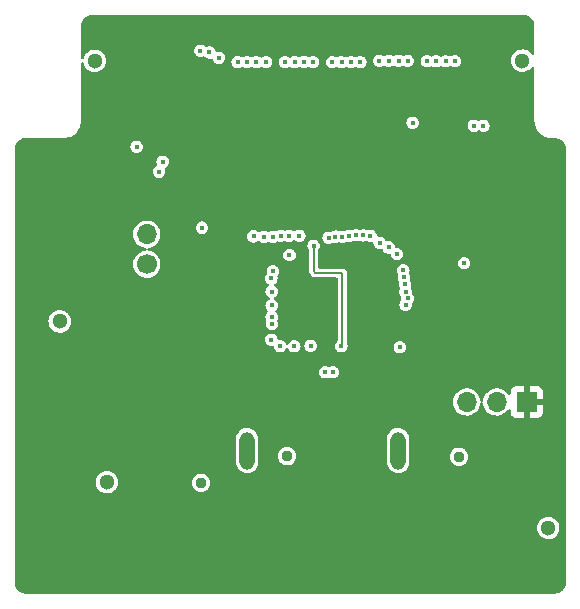
<source format=gbr>
%TF.GenerationSoftware,KiCad,Pcbnew,6.0.6-3a73a75311~116~ubuntu20.04.1*%
%TF.CreationDate,2022-07-23T10:23:23+07:00*%
%TF.ProjectId,CH569Board,43483536-3942-46f6-9172-642e6b696361,rev?*%
%TF.SameCoordinates,Original*%
%TF.FileFunction,Copper,L2,Inr*%
%TF.FilePolarity,Positive*%
%FSLAX46Y46*%
G04 Gerber Fmt 4.6, Leading zero omitted, Abs format (unit mm)*
G04 Created by KiCad (PCBNEW 6.0.6-3a73a75311~116~ubuntu20.04.1) date 2022-07-23 10:23:23*
%MOMM*%
%LPD*%
G01*
G04 APERTURE LIST*
%TA.AperFunction,ComponentPad*%
%ADD10C,1.300000*%
%TD*%
%TA.AperFunction,ComponentPad*%
%ADD11C,1.700000*%
%TD*%
%TA.AperFunction,ComponentPad*%
%ADD12O,1.700000X1.700000*%
%TD*%
%TA.AperFunction,ComponentPad*%
%ADD13R,1.700000X1.700000*%
%TD*%
%TA.AperFunction,ComponentPad*%
%ADD14O,1.300000X3.200000*%
%TD*%
%TA.AperFunction,ViaPad*%
%ADD15C,0.450000*%
%TD*%
%TA.AperFunction,ViaPad*%
%ADD16C,0.950000*%
%TD*%
%TA.AperFunction,ViaPad*%
%ADD17C,0.750000*%
%TD*%
%TA.AperFunction,ViaPad*%
%ADD18C,1.300000*%
%TD*%
%TA.AperFunction,Conductor*%
%ADD19C,0.150000*%
%TD*%
G04 APERTURE END LIST*
D10*
%TO.N,*%
%TO.C,CN1*%
X143710000Y-82390000D03*
X107510000Y-82390000D03*
%TD*%
D11*
%TO.N,/GXO+*%
%TO.C,J1*%
X111912400Y-99623800D03*
D12*
%TO.N,/GXO-*%
X111912400Y-97083800D03*
%TD*%
D13*
%TO.N,GND*%
%TO.C,J2*%
X144075000Y-111275000D03*
D12*
%TO.N,/RXD*%
X141535000Y-111275000D03*
%TO.N,/TXD*%
X138995000Y-111275000D03*
%TD*%
D14*
%TO.N,unconnected-(USB1-Pad10)*%
%TO.C,USB1*%
X120400000Y-115390007D03*
%TO.N,unconnected-(USB1-Pad11)*%
X133200000Y-115390007D03*
%TD*%
D15*
%TO.N,GND*%
X110520000Y-126730000D03*
X126810000Y-82460000D03*
D16*
X117023147Y-104516260D03*
D15*
X114525000Y-98175000D03*
X113500000Y-100125000D03*
D17*
X127711200Y-105521000D03*
D15*
X139225000Y-126475000D03*
X118170000Y-119510000D03*
X116240000Y-112310000D03*
D17*
X127711200Y-104454200D03*
D15*
X137850000Y-124975000D03*
X111610000Y-86845000D03*
D17*
X123444000Y-103362000D03*
D15*
X130820000Y-82450000D03*
X113680000Y-126720000D03*
X109540000Y-82520000D03*
X106850000Y-123600000D03*
X139827000Y-106553000D03*
D18*
X118790000Y-109750000D03*
D16*
X129780000Y-115940000D03*
D15*
X114071400Y-106629200D03*
D17*
X124510800Y-102295200D03*
D15*
X113325000Y-102750000D03*
X117620000Y-110660000D03*
D17*
X126644400Y-102320600D03*
D15*
X109474000Y-103886000D03*
X102320000Y-90180000D03*
X141986000Y-90678000D03*
X123750000Y-119540000D03*
X135330000Y-110590000D03*
D17*
X124510800Y-104428800D03*
X123444000Y-104428800D03*
D15*
X142990000Y-94170000D03*
X111125000Y-92575000D03*
X141986000Y-97663000D03*
D17*
X123444000Y-105495600D03*
D15*
X114800000Y-81680000D03*
D17*
X125577600Y-105495600D03*
D15*
X107797600Y-87934800D03*
X141953756Y-100853519D03*
X113893600Y-109067600D03*
X116230000Y-114580000D03*
D17*
X123444000Y-102295200D03*
D15*
X136220000Y-117640000D03*
X119608600Y-107289600D03*
D17*
X125848191Y-94020630D03*
D15*
X115544600Y-109702600D03*
X138810000Y-82390000D03*
X101370000Y-120690000D03*
X145650000Y-126450000D03*
D17*
X124510800Y-101203000D03*
D15*
X129840000Y-119470000D03*
X116190000Y-116320000D03*
X102220000Y-115860000D03*
X107670000Y-84820000D03*
X111610000Y-82500000D03*
X114935000Y-107492800D03*
X129413000Y-99568000D03*
D16*
X126820000Y-112680000D03*
D15*
X113360200Y-105816400D03*
D17*
X124510800Y-103362000D03*
X125577600Y-103362000D03*
D15*
X122810000Y-82450000D03*
X132440000Y-112320000D03*
D17*
X126644400Y-103387400D03*
X125577600Y-102295200D03*
X123444000Y-101203000D03*
D15*
X141986000Y-87376000D03*
X102250000Y-96690000D03*
X138176000Y-107950000D03*
X143040000Y-84800000D03*
D17*
X125577600Y-104428800D03*
D15*
X143040000Y-80040000D03*
X117023147Y-107893853D03*
D17*
X126644400Y-105521000D03*
D15*
X102270000Y-93470000D03*
D17*
X127711200Y-103387400D03*
D15*
X117398800Y-109677200D03*
X121080000Y-98060000D03*
X114500000Y-96075000D03*
X134810000Y-82380000D03*
X141986000Y-104394000D03*
D17*
X124510800Y-105495600D03*
D15*
X107610000Y-79950000D03*
D17*
X126644400Y-101228400D03*
X126644400Y-104454200D03*
D15*
X112180000Y-110660000D03*
X118810000Y-82490000D03*
D17*
X125577600Y-101203000D03*
X127711200Y-102320600D03*
X127711200Y-101228400D03*
D18*
%TO.N,+3V3*%
X104540000Y-104460000D03*
D15*
X123200000Y-106550000D03*
X122450000Y-106000000D03*
X122480000Y-104080000D03*
D18*
%TO.N,+5V*%
X108528000Y-118062000D03*
X145896800Y-121958000D03*
D15*
%TO.N,+1V2*%
X122500000Y-104680000D03*
X125790000Y-106510000D03*
X124400000Y-106560000D03*
D16*
X138360000Y-115910000D03*
D15*
%TO.N,/VIO*%
X126034800Y-98044000D03*
X122490000Y-103110000D03*
X128380000Y-106550000D03*
%TO.N,/SCLK*%
X116586000Y-96520000D03*
X116459000Y-81534000D03*
%TO.N,/CS*%
X111048800Y-89662000D03*
X122490000Y-101930000D03*
%TO.N,/HD2*%
X122460000Y-100810000D03*
X134420000Y-87640000D03*
%TO.N,/HD18*%
X132400000Y-82400000D03*
X131622800Y-97790000D03*
%TO.N,/HD17*%
X133225000Y-82400000D03*
X132384800Y-98196400D03*
%TO.N,/HD16*%
X133096000Y-98755200D03*
X134000000Y-82400000D03*
%TO.N,/HD15*%
X133637768Y-100128917D03*
X135625000Y-82425000D03*
%TO.N,/HD14*%
X133678099Y-100731164D03*
X136425000Y-82425000D03*
%TO.N,/HD13*%
X137225000Y-82425000D03*
X133775000Y-101325000D03*
%TO.N,/HD12*%
X138000000Y-82425000D03*
X133817712Y-101951384D03*
%TO.N,/HD11*%
X139598400Y-87884000D03*
X133993549Y-102500416D03*
%TO.N,/HD10*%
X140411200Y-87884000D03*
X133822478Y-103050952D03*
%TO.N,/HTRDY*%
X133340000Y-106640000D03*
X138770000Y-99520000D03*
%TO.N,/HD19*%
X131600000Y-82400000D03*
X130850000Y-97200000D03*
%TO.N,/HD20*%
X130250000Y-97175000D03*
X130000000Y-82500000D03*
%TO.N,/HD21*%
X129604047Y-97152549D03*
X129200000Y-82500000D03*
%TO.N,/HD23*%
X128462025Y-97301824D03*
X127600000Y-82500000D03*
%TO.N,/HD25*%
X125225000Y-82475000D03*
X127317823Y-97370467D03*
%TO.N,/HD27*%
X123950000Y-97200000D03*
X123600000Y-82500000D03*
%TO.N,/HD28*%
X123250000Y-97210000D03*
X122025000Y-82500000D03*
%TO.N,/LED1*%
X123991255Y-98830218D03*
X118010000Y-82120000D03*
X113260000Y-90930000D03*
%TO.N,/HD29*%
X122580000Y-97280000D03*
X121200000Y-82500000D03*
%TO.N,/LED2*%
X117220000Y-81690000D03*
X112945711Y-91770711D03*
X122580000Y-100220000D03*
%TO.N,/HD30*%
X121825000Y-97300000D03*
X120400000Y-82500000D03*
%TO.N,/HD31*%
X120950000Y-97250000D03*
X119600000Y-82500000D03*
%TO.N,/TXD*%
X127029324Y-108749973D03*
%TO.N,/RXD*%
X127680000Y-108760000D03*
D16*
%TO.N,/VBUS*%
X116500000Y-118120000D03*
X123780000Y-115870000D03*
D15*
%TO.N,/HD22*%
X129029532Y-97200378D03*
X128400000Y-82500000D03*
%TO.N,/HD24*%
X126000000Y-82500000D03*
X127886195Y-97273983D03*
%TO.N,/HD26*%
X124425000Y-82500000D03*
X124825000Y-97200000D03*
%TD*%
D19*
%TO.N,/VIO*%
X126034800Y-98044000D02*
X126034800Y-100214800D01*
X128470000Y-100360000D02*
X128470000Y-106460000D01*
X126180000Y-100360000D02*
X128470000Y-100360000D01*
X128470000Y-106460000D02*
X128380000Y-106550000D01*
X126034800Y-100214800D02*
X126180000Y-100360000D01*
%TD*%
%TA.AperFunction,Conductor*%
%TO.N,GND*%
G36*
X143812747Y-78519693D02*
G01*
X143816362Y-78520330D01*
X143817326Y-78520500D01*
X143828187Y-78522415D01*
X143839044Y-78520500D01*
X143849634Y-78520500D01*
X143861965Y-78521105D01*
X143991335Y-78533845D01*
X144015543Y-78538660D01*
X144160551Y-78582646D01*
X144183361Y-78592094D01*
X144316993Y-78663519D01*
X144337529Y-78677241D01*
X144454656Y-78773362D01*
X144472116Y-78790821D01*
X144568243Y-78907948D01*
X144581966Y-78928485D01*
X144653392Y-79062109D01*
X144662845Y-79084928D01*
X144670911Y-79111516D01*
X144706833Y-79229928D01*
X144711651Y-79254148D01*
X144724354Y-79383101D01*
X144724961Y-79395450D01*
X144724961Y-79406427D01*
X144723047Y-79417284D01*
X144724962Y-79428142D01*
X144725768Y-79432714D01*
X144727683Y-79454596D01*
X144727683Y-81780003D01*
X144707681Y-81848124D01*
X144654025Y-81894617D01*
X144583751Y-81904721D01*
X144519171Y-81875227D01*
X144504040Y-81859639D01*
X144391605Y-81721780D01*
X144391602Y-81721777D01*
X144387710Y-81717005D01*
X144382056Y-81712327D01*
X144315898Y-81657596D01*
X144244085Y-81598187D01*
X144080116Y-81509529D01*
X143991083Y-81481969D01*
X143907936Y-81456231D01*
X143907933Y-81456230D01*
X143902049Y-81454409D01*
X143895924Y-81453765D01*
X143895923Y-81453765D01*
X143722796Y-81435568D01*
X143722795Y-81435568D01*
X143716668Y-81434924D01*
X143638549Y-81442033D01*
X143537171Y-81451259D01*
X143537168Y-81451260D01*
X143531032Y-81451818D01*
X143525122Y-81453557D01*
X143525119Y-81453558D01*
X143358129Y-81502707D01*
X143352214Y-81504448D01*
X143187023Y-81590807D01*
X143041752Y-81707608D01*
X142921935Y-81850401D01*
X142918971Y-81855793D01*
X142918968Y-81855797D01*
X142860611Y-81961948D01*
X142832135Y-82013746D01*
X142830274Y-82019613D01*
X142830273Y-82019615D01*
X142777634Y-82185554D01*
X142775772Y-82191424D01*
X142754994Y-82376665D01*
X142755510Y-82382809D01*
X142767786Y-82528994D01*
X142770592Y-82562414D01*
X142772291Y-82568339D01*
X142800013Y-82665017D01*
X142821971Y-82741595D01*
X142824790Y-82747080D01*
X142891152Y-82876205D01*
X142907176Y-82907385D01*
X143022959Y-83053468D01*
X143164912Y-83174279D01*
X143327627Y-83265217D01*
X143504907Y-83322819D01*
X143689998Y-83344890D01*
X143696133Y-83344418D01*
X143696135Y-83344418D01*
X143869710Y-83331062D01*
X143869715Y-83331061D01*
X143875851Y-83330589D01*
X143881781Y-83328933D01*
X143881783Y-83328933D01*
X144049459Y-83282117D01*
X144049458Y-83282117D01*
X144055387Y-83280462D01*
X144221768Y-83196417D01*
X144246255Y-83177286D01*
X144363794Y-83085454D01*
X144363795Y-83085453D01*
X144368655Y-83081656D01*
X144490454Y-82940550D01*
X144493498Y-82935192D01*
X144497048Y-82930159D01*
X144498655Y-82931293D01*
X144543166Y-82888254D01*
X144612784Y-82874332D01*
X144678878Y-82900258D01*
X144720463Y-82957801D01*
X144727683Y-82999842D01*
X144727683Y-87406077D01*
X144725769Y-87427957D01*
X144723047Y-87443394D01*
X144724435Y-87451265D01*
X144739183Y-87657481D01*
X144784805Y-87867210D01*
X144786376Y-87871422D01*
X144845080Y-88028814D01*
X144859811Y-88068311D01*
X144861967Y-88072259D01*
X144861969Y-88072264D01*
X144960241Y-88252238D01*
X144962672Y-88256691D01*
X145027203Y-88342895D01*
X145080457Y-88414035D01*
X145091296Y-88428515D01*
X145243064Y-88580286D01*
X145246664Y-88582981D01*
X145246671Y-88582987D01*
X145367643Y-88673546D01*
X145414886Y-88708913D01*
X145603264Y-88811778D01*
X145607476Y-88813349D01*
X145607478Y-88813350D01*
X145800141Y-88885212D01*
X145804364Y-88886787D01*
X145808769Y-88887745D01*
X145808768Y-88887745D01*
X146009692Y-88931456D01*
X146009695Y-88931456D01*
X146014092Y-88932413D01*
X146220517Y-88947180D01*
X146228179Y-88948531D01*
X146243619Y-88945809D01*
X146265495Y-88943895D01*
X146450846Y-88943895D01*
X146472720Y-88945808D01*
X146488167Y-88948531D01*
X146499024Y-88946616D01*
X146509606Y-88946616D01*
X146521957Y-88947222D01*
X146651307Y-88959957D01*
X146675531Y-88964775D01*
X146748029Y-88986765D01*
X146820526Y-89008754D01*
X146843348Y-89018206D01*
X146976984Y-89089632D01*
X146997510Y-89103347D01*
X147114643Y-89199471D01*
X147132102Y-89216929D01*
X147228230Y-89334057D01*
X147241953Y-89354594D01*
X147313380Y-89488220D01*
X147322832Y-89511037D01*
X147366819Y-89656039D01*
X147371637Y-89680260D01*
X147384331Y-89809142D01*
X147383873Y-89821515D01*
X147384934Y-89821515D01*
X147384934Y-89832542D01*
X147383020Y-89843396D01*
X147384934Y-89854251D01*
X147385742Y-89858833D01*
X147387656Y-89880713D01*
X147387656Y-126528619D01*
X147385741Y-126550504D01*
X147383020Y-126565932D01*
X147384933Y-126576786D01*
X147384933Y-126587812D01*
X147384137Y-126587812D01*
X147384672Y-126600029D01*
X147377980Y-126676492D01*
X147374362Y-126717821D01*
X147370548Y-126739449D01*
X147333933Y-126876082D01*
X147326420Y-126896720D01*
X147296531Y-126960813D01*
X147277965Y-127000626D01*
X147266642Y-127024906D01*
X147255660Y-127043926D01*
X147174523Y-127159795D01*
X147160405Y-127176620D01*
X147060385Y-127276635D01*
X147043564Y-127290749D01*
X146927687Y-127371884D01*
X146908676Y-127382859D01*
X146780471Y-127442639D01*
X146759838Y-127450148D01*
X146691524Y-127468451D01*
X146623213Y-127486754D01*
X146601585Y-127490568D01*
X146556582Y-127494505D01*
X146483571Y-127500892D01*
X146471568Y-127500366D01*
X146471568Y-127501190D01*
X146460546Y-127501190D01*
X146449690Y-127499276D01*
X146434250Y-127501998D01*
X146412374Y-127503912D01*
X101704558Y-127503912D01*
X101682683Y-127501999D01*
X101667237Y-127499276D01*
X101656380Y-127501191D01*
X101645361Y-127501191D01*
X101645361Y-127500397D01*
X101633141Y-127500930D01*
X101515335Y-127490628D01*
X101493705Y-127486815D01*
X101357061Y-127450207D01*
X101336425Y-127442697D01*
X101208216Y-127382918D01*
X101189197Y-127371938D01*
X101073314Y-127290803D01*
X101056488Y-127276686D01*
X100956459Y-127176664D01*
X100942340Y-127159839D01*
X100861198Y-127043965D01*
X100850216Y-127024945D01*
X100790427Y-126896739D01*
X100782915Y-126876101D01*
X100746298Y-126739466D01*
X100742483Y-126717836D01*
X100732203Y-126600378D01*
X100732751Y-126587810D01*
X100732003Y-126587810D01*
X100732003Y-126576787D01*
X100733916Y-126565932D01*
X100731195Y-126550504D01*
X100729280Y-126528619D01*
X100729280Y-121944665D01*
X144941794Y-121944665D01*
X144957392Y-122130414D01*
X145008771Y-122309595D01*
X145093976Y-122475385D01*
X145209759Y-122621468D01*
X145351712Y-122742279D01*
X145514427Y-122833217D01*
X145691707Y-122890819D01*
X145876798Y-122912890D01*
X145882933Y-122912418D01*
X145882935Y-122912418D01*
X146056510Y-122899062D01*
X146056515Y-122899061D01*
X146062651Y-122898589D01*
X146068581Y-122896933D01*
X146068583Y-122896933D01*
X146236259Y-122850117D01*
X146236258Y-122850117D01*
X146242187Y-122848462D01*
X146408568Y-122764417D01*
X146433055Y-122745286D01*
X146550594Y-122653454D01*
X146550595Y-122653453D01*
X146555455Y-122649656D01*
X146677254Y-122508550D01*
X146769326Y-122346474D01*
X146828164Y-122169601D01*
X146851527Y-121984668D01*
X146851899Y-121958000D01*
X146833709Y-121772487D01*
X146831928Y-121766588D01*
X146831927Y-121766583D01*
X146781614Y-121599939D01*
X146779833Y-121594040D01*
X146692322Y-121429456D01*
X146688432Y-121424686D01*
X146688429Y-121424682D01*
X146578405Y-121289780D01*
X146578402Y-121289777D01*
X146574510Y-121285005D01*
X146568856Y-121280327D01*
X146435634Y-121170116D01*
X146430885Y-121166187D01*
X146266916Y-121077529D01*
X146177882Y-121049969D01*
X146094736Y-121024231D01*
X146094733Y-121024230D01*
X146088849Y-121022409D01*
X146082724Y-121021765D01*
X146082723Y-121021765D01*
X145909596Y-121003568D01*
X145909595Y-121003568D01*
X145903468Y-121002924D01*
X145825349Y-121010033D01*
X145723971Y-121019259D01*
X145723968Y-121019260D01*
X145717832Y-121019818D01*
X145711922Y-121021557D01*
X145711919Y-121021558D01*
X145544929Y-121070707D01*
X145539014Y-121072448D01*
X145373823Y-121158807D01*
X145228552Y-121275608D01*
X145108735Y-121418401D01*
X145105771Y-121423793D01*
X145105768Y-121423797D01*
X145031056Y-121559699D01*
X145018935Y-121581746D01*
X144962572Y-121759424D01*
X144941794Y-121944665D01*
X100729280Y-121944665D01*
X100729280Y-118048665D01*
X107572994Y-118048665D01*
X107573510Y-118054809D01*
X107580482Y-118137830D01*
X107588592Y-118234414D01*
X107590291Y-118240339D01*
X107604228Y-118288942D01*
X107639971Y-118413595D01*
X107725176Y-118579385D01*
X107840959Y-118725468D01*
X107982912Y-118846279D01*
X107988290Y-118849285D01*
X107988292Y-118849286D01*
X108051242Y-118884467D01*
X108145627Y-118937217D01*
X108322907Y-118994819D01*
X108507998Y-119016890D01*
X108514133Y-119016418D01*
X108514135Y-119016418D01*
X108687710Y-119003062D01*
X108687715Y-119003061D01*
X108693851Y-119002589D01*
X108699781Y-119000933D01*
X108699783Y-119000933D01*
X108867459Y-118954117D01*
X108867458Y-118954117D01*
X108873387Y-118952462D01*
X109039768Y-118868417D01*
X109064255Y-118849286D01*
X109181794Y-118757454D01*
X109181795Y-118757453D01*
X109186655Y-118753656D01*
X109308454Y-118612550D01*
X109400526Y-118450474D01*
X109459364Y-118273601D01*
X109476016Y-118141790D01*
X109480146Y-118109104D01*
X115719669Y-118109104D01*
X115736647Y-118282256D01*
X115791564Y-118447343D01*
X115795211Y-118453365D01*
X115795212Y-118453367D01*
X115874455Y-118584212D01*
X115881692Y-118596162D01*
X116002550Y-118721314D01*
X116148132Y-118816580D01*
X116211355Y-118840093D01*
X116304600Y-118874771D01*
X116304602Y-118874772D01*
X116311202Y-118877226D01*
X116318180Y-118878157D01*
X116318184Y-118878158D01*
X116386420Y-118887262D01*
X116483656Y-118900236D01*
X116490667Y-118899598D01*
X116490671Y-118899598D01*
X116627507Y-118887144D01*
X116656923Y-118884467D01*
X116663623Y-118882290D01*
X116663628Y-118882289D01*
X116815691Y-118832881D01*
X116815694Y-118832880D01*
X116822390Y-118830704D01*
X116971833Y-118741618D01*
X117097826Y-118621636D01*
X117111387Y-118601226D01*
X117190212Y-118482584D01*
X117194107Y-118476722D01*
X117202041Y-118455837D01*
X117253387Y-118320665D01*
X117255889Y-118314079D01*
X117280103Y-118141790D01*
X117280407Y-118120000D01*
X117261013Y-117947102D01*
X117203796Y-117782797D01*
X117111600Y-117635252D01*
X117098274Y-117621832D01*
X117010512Y-117533456D01*
X116989006Y-117511799D01*
X116978342Y-117505031D01*
X116932076Y-117475670D01*
X116842108Y-117418575D01*
X116721840Y-117375749D01*
X116684841Y-117362574D01*
X116684839Y-117362573D01*
X116678207Y-117360212D01*
X116671221Y-117359379D01*
X116671217Y-117359378D01*
X116548107Y-117344699D01*
X116505448Y-117339612D01*
X116498445Y-117340348D01*
X116498444Y-117340348D01*
X116452109Y-117345218D01*
X116332419Y-117357798D01*
X116325753Y-117360067D01*
X116325750Y-117360068D01*
X116174386Y-117411597D01*
X116174383Y-117411598D01*
X116167719Y-117413867D01*
X116019533Y-117505031D01*
X115895228Y-117626760D01*
X115800980Y-117773004D01*
X115798569Y-117779627D01*
X115798568Y-117779630D01*
X115743885Y-117929870D01*
X115743884Y-117929875D01*
X115741475Y-117936493D01*
X115719669Y-118109104D01*
X109480146Y-118109104D01*
X109482285Y-118092170D01*
X109482286Y-118092163D01*
X109482727Y-118088668D01*
X109483099Y-118062000D01*
X109464909Y-117876487D01*
X109463128Y-117870588D01*
X109463127Y-117870583D01*
X109412814Y-117703939D01*
X109411033Y-117698040D01*
X109323522Y-117533456D01*
X109319632Y-117528686D01*
X109319629Y-117528682D01*
X109209605Y-117393780D01*
X109209602Y-117393777D01*
X109205710Y-117389005D01*
X109200056Y-117384327D01*
X109133898Y-117329596D01*
X109062085Y-117270187D01*
X108898116Y-117181529D01*
X108806127Y-117153054D01*
X108725936Y-117128231D01*
X108725933Y-117128230D01*
X108720049Y-117126409D01*
X108713924Y-117125765D01*
X108713923Y-117125765D01*
X108540796Y-117107568D01*
X108540795Y-117107568D01*
X108534668Y-117106924D01*
X108456549Y-117114033D01*
X108355171Y-117123259D01*
X108355168Y-117123260D01*
X108349032Y-117123818D01*
X108343122Y-117125557D01*
X108343119Y-117125558D01*
X108249698Y-117153054D01*
X108170214Y-117176448D01*
X108005023Y-117262807D01*
X107859752Y-117379608D01*
X107739935Y-117522401D01*
X107736971Y-117527793D01*
X107736968Y-117527797D01*
X107685272Y-117621832D01*
X107650135Y-117685746D01*
X107648274Y-117691613D01*
X107648273Y-117691615D01*
X107620353Y-117779630D01*
X107593772Y-117863424D01*
X107572994Y-118048665D01*
X100729280Y-118048665D01*
X100729280Y-116388266D01*
X119449500Y-116388266D01*
X119464112Y-116532117D01*
X119521856Y-116716380D01*
X119615472Y-116885268D01*
X119741136Y-117031882D01*
X119746178Y-117035793D01*
X119746179Y-117035794D01*
X119888665Y-117146318D01*
X119888668Y-117146320D01*
X119893714Y-117150234D01*
X120066974Y-117235488D01*
X120073144Y-117237095D01*
X120073149Y-117237097D01*
X120247655Y-117282552D01*
X120247658Y-117282552D01*
X120253837Y-117284162D01*
X120337203Y-117288531D01*
X120440290Y-117293934D01*
X120440294Y-117293934D01*
X120446671Y-117294268D01*
X120637599Y-117265393D01*
X120652385Y-117259953D01*
X120812832Y-117200921D01*
X120812836Y-117200919D01*
X120818821Y-117198717D01*
X120982934Y-117096962D01*
X121123235Y-116964286D01*
X121233991Y-116806109D01*
X121310680Y-116628892D01*
X121329625Y-116538208D01*
X121349177Y-116444619D01*
X121349177Y-116444615D01*
X121350168Y-116439874D01*
X121350500Y-116433539D01*
X121350500Y-115859104D01*
X122999669Y-115859104D01*
X123016647Y-116032256D01*
X123071564Y-116197343D01*
X123075211Y-116203365D01*
X123075212Y-116203367D01*
X123117132Y-116272584D01*
X123161692Y-116346162D01*
X123282550Y-116471314D01*
X123428132Y-116566580D01*
X123491355Y-116590093D01*
X123584600Y-116624771D01*
X123584602Y-116624772D01*
X123591202Y-116627226D01*
X123598180Y-116628157D01*
X123598184Y-116628158D01*
X123666420Y-116637262D01*
X123763656Y-116650236D01*
X123770667Y-116649598D01*
X123770671Y-116649598D01*
X123907507Y-116637144D01*
X123936923Y-116634467D01*
X123943623Y-116632290D01*
X123943628Y-116632289D01*
X124095691Y-116582881D01*
X124095694Y-116582880D01*
X124102390Y-116580704D01*
X124251833Y-116491618D01*
X124360363Y-116388266D01*
X132249500Y-116388266D01*
X132264112Y-116532117D01*
X132321856Y-116716380D01*
X132415472Y-116885268D01*
X132541136Y-117031882D01*
X132546178Y-117035793D01*
X132546179Y-117035794D01*
X132688665Y-117146318D01*
X132688668Y-117146320D01*
X132693714Y-117150234D01*
X132866974Y-117235488D01*
X132873144Y-117237095D01*
X132873149Y-117237097D01*
X133047655Y-117282552D01*
X133047658Y-117282552D01*
X133053837Y-117284162D01*
X133137203Y-117288531D01*
X133240290Y-117293934D01*
X133240294Y-117293934D01*
X133246671Y-117294268D01*
X133437599Y-117265393D01*
X133452385Y-117259953D01*
X133612832Y-117200921D01*
X133612836Y-117200919D01*
X133618821Y-117198717D01*
X133782934Y-117096962D01*
X133923235Y-116964286D01*
X134033991Y-116806109D01*
X134110680Y-116628892D01*
X134129625Y-116538208D01*
X134149177Y-116444619D01*
X134149177Y-116444615D01*
X134150168Y-116439874D01*
X134150500Y-116433539D01*
X134150500Y-115899104D01*
X137579669Y-115899104D01*
X137596647Y-116072256D01*
X137651564Y-116237343D01*
X137655211Y-116243365D01*
X137655212Y-116243367D01*
X137732895Y-116371636D01*
X137741692Y-116386162D01*
X137862550Y-116511314D01*
X138008132Y-116606580D01*
X138063647Y-116627226D01*
X138164600Y-116664771D01*
X138164602Y-116664772D01*
X138171202Y-116667226D01*
X138178180Y-116668157D01*
X138178184Y-116668158D01*
X138246420Y-116677262D01*
X138343656Y-116690236D01*
X138350667Y-116689598D01*
X138350671Y-116689598D01*
X138487507Y-116677144D01*
X138516923Y-116674467D01*
X138523623Y-116672290D01*
X138523628Y-116672289D01*
X138675691Y-116622881D01*
X138675694Y-116622880D01*
X138682390Y-116620704D01*
X138831833Y-116531618D01*
X138957826Y-116411636D01*
X138971387Y-116391226D01*
X139050212Y-116272584D01*
X139054107Y-116266722D01*
X139115889Y-116104079D01*
X139140103Y-115931790D01*
X139140407Y-115910000D01*
X139121013Y-115737102D01*
X139063796Y-115572797D01*
X138971600Y-115425252D01*
X138958274Y-115411832D01*
X138853968Y-115306796D01*
X138849006Y-115301799D01*
X138838342Y-115295031D01*
X138775311Y-115255031D01*
X138702108Y-115208575D01*
X138583134Y-115166210D01*
X138544841Y-115152574D01*
X138544839Y-115152573D01*
X138538207Y-115150212D01*
X138531221Y-115149379D01*
X138531217Y-115149378D01*
X138408107Y-115134699D01*
X138365448Y-115129612D01*
X138358445Y-115130348D01*
X138358444Y-115130348D01*
X138312109Y-115135218D01*
X138192419Y-115147798D01*
X138185753Y-115150067D01*
X138185750Y-115150068D01*
X138034386Y-115201597D01*
X138034383Y-115201598D01*
X138027719Y-115203867D01*
X137879533Y-115295031D01*
X137874500Y-115299960D01*
X137792508Y-115380253D01*
X137755228Y-115416760D01*
X137660980Y-115563004D01*
X137658569Y-115569627D01*
X137658568Y-115569630D01*
X137603885Y-115719870D01*
X137603884Y-115719875D01*
X137601475Y-115726493D01*
X137579669Y-115899104D01*
X134150500Y-115899104D01*
X134150500Y-114391748D01*
X134135888Y-114247897D01*
X134078144Y-114063634D01*
X133984528Y-113894746D01*
X133858864Y-113748132D01*
X133770627Y-113679688D01*
X133711335Y-113633696D01*
X133711332Y-113633694D01*
X133706286Y-113629780D01*
X133533026Y-113544526D01*
X133526856Y-113542919D01*
X133526851Y-113542917D01*
X133352345Y-113497462D01*
X133352342Y-113497462D01*
X133346163Y-113495852D01*
X133262797Y-113491483D01*
X133159710Y-113486080D01*
X133159706Y-113486080D01*
X133153329Y-113485746D01*
X132962401Y-113514621D01*
X132956406Y-113516827D01*
X132956405Y-113516827D01*
X132787168Y-113579093D01*
X132787164Y-113579095D01*
X132781179Y-113581297D01*
X132617066Y-113683052D01*
X132476765Y-113815728D01*
X132366009Y-113973905D01*
X132289320Y-114151122D01*
X132288015Y-114157369D01*
X132269103Y-114247897D01*
X132249832Y-114340140D01*
X132249500Y-114346475D01*
X132249500Y-116388266D01*
X124360363Y-116388266D01*
X124377826Y-116371636D01*
X124391387Y-116351226D01*
X124470212Y-116232584D01*
X124474107Y-116226722D01*
X124535889Y-116064079D01*
X124560103Y-115891790D01*
X124560407Y-115870000D01*
X124541013Y-115697102D01*
X124483796Y-115532797D01*
X124391600Y-115385252D01*
X124378274Y-115371832D01*
X124273968Y-115266796D01*
X124269006Y-115261799D01*
X124258342Y-115255031D01*
X124185138Y-115208575D01*
X124122108Y-115168575D01*
X124012688Y-115129612D01*
X123964841Y-115112574D01*
X123964839Y-115112573D01*
X123958207Y-115110212D01*
X123951221Y-115109379D01*
X123951217Y-115109378D01*
X123828107Y-115094699D01*
X123785448Y-115089612D01*
X123778445Y-115090348D01*
X123778444Y-115090348D01*
X123732109Y-115095218D01*
X123612419Y-115107798D01*
X123605753Y-115110067D01*
X123605750Y-115110068D01*
X123454386Y-115161597D01*
X123454383Y-115161598D01*
X123447719Y-115163867D01*
X123299533Y-115255031D01*
X123175228Y-115376760D01*
X123080980Y-115523004D01*
X123078569Y-115529627D01*
X123078568Y-115529630D01*
X123023885Y-115679870D01*
X123023884Y-115679875D01*
X123021475Y-115686493D01*
X122999669Y-115859104D01*
X121350500Y-115859104D01*
X121350500Y-114391748D01*
X121335888Y-114247897D01*
X121278144Y-114063634D01*
X121184528Y-113894746D01*
X121058864Y-113748132D01*
X120970627Y-113679688D01*
X120911335Y-113633696D01*
X120911332Y-113633694D01*
X120906286Y-113629780D01*
X120733026Y-113544526D01*
X120726856Y-113542919D01*
X120726851Y-113542917D01*
X120552345Y-113497462D01*
X120552342Y-113497462D01*
X120546163Y-113495852D01*
X120462797Y-113491483D01*
X120359710Y-113486080D01*
X120359706Y-113486080D01*
X120353329Y-113485746D01*
X120162401Y-113514621D01*
X120156406Y-113516827D01*
X120156405Y-113516827D01*
X119987168Y-113579093D01*
X119987164Y-113579095D01*
X119981179Y-113581297D01*
X119817066Y-113683052D01*
X119676765Y-113815728D01*
X119566009Y-113973905D01*
X119489320Y-114151122D01*
X119488015Y-114157369D01*
X119469103Y-114247897D01*
X119449832Y-114340140D01*
X119449500Y-114346475D01*
X119449500Y-116388266D01*
X100729280Y-116388266D01*
X100729280Y-111244754D01*
X137839967Y-111244754D01*
X137853796Y-111455749D01*
X137855217Y-111461345D01*
X137855218Y-111461350D01*
X137877000Y-111547115D01*
X137905845Y-111660690D01*
X137994369Y-111852714D01*
X138116405Y-112025391D01*
X138267865Y-112172937D01*
X138272661Y-112176142D01*
X138272664Y-112176144D01*
X138372129Y-112242604D01*
X138443677Y-112290411D01*
X138448985Y-112292692D01*
X138448986Y-112292692D01*
X138632650Y-112371600D01*
X138632653Y-112371601D01*
X138637953Y-112373878D01*
X138643582Y-112375152D01*
X138643583Y-112375152D01*
X138838550Y-112419269D01*
X138838553Y-112419269D01*
X138844186Y-112420544D01*
X138849957Y-112420771D01*
X138849959Y-112420771D01*
X138911989Y-112423208D01*
X139055470Y-112428846D01*
X139061179Y-112428018D01*
X139061183Y-112428018D01*
X139259015Y-112399333D01*
X139259019Y-112399332D01*
X139264730Y-112398504D01*
X139369163Y-112363054D01*
X139459483Y-112332395D01*
X139459488Y-112332393D01*
X139464955Y-112330537D01*
X139469998Y-112327713D01*
X139644395Y-112230046D01*
X139644399Y-112230043D01*
X139649442Y-112227219D01*
X139812012Y-112092012D01*
X139947219Y-111929442D01*
X139950043Y-111924399D01*
X139950046Y-111924395D01*
X140047713Y-111749998D01*
X140047714Y-111749996D01*
X140050537Y-111744955D01*
X140052393Y-111739488D01*
X140052395Y-111739483D01*
X140116647Y-111550200D01*
X140118504Y-111544730D01*
X140119333Y-111539015D01*
X140140090Y-111395860D01*
X140169660Y-111331315D01*
X140229432Y-111293003D01*
X140300429Y-111293087D01*
X140360109Y-111331542D01*
X140389525Y-111396158D01*
X140390515Y-111405695D01*
X140393796Y-111455749D01*
X140395217Y-111461345D01*
X140395218Y-111461350D01*
X140417000Y-111547115D01*
X140445845Y-111660690D01*
X140534369Y-111852714D01*
X140656405Y-112025391D01*
X140807865Y-112172937D01*
X140812661Y-112176142D01*
X140812664Y-112176144D01*
X140912129Y-112242604D01*
X140983677Y-112290411D01*
X140988985Y-112292692D01*
X140988986Y-112292692D01*
X141172650Y-112371600D01*
X141172653Y-112371601D01*
X141177953Y-112373878D01*
X141183582Y-112375152D01*
X141183583Y-112375152D01*
X141378550Y-112419269D01*
X141378553Y-112419269D01*
X141384186Y-112420544D01*
X141389957Y-112420771D01*
X141389959Y-112420771D01*
X141451989Y-112423208D01*
X141595470Y-112428846D01*
X141601179Y-112428018D01*
X141601183Y-112428018D01*
X141799015Y-112399333D01*
X141799019Y-112399332D01*
X141804730Y-112398504D01*
X141909163Y-112363054D01*
X141999483Y-112332395D01*
X141999488Y-112332393D01*
X142004955Y-112330537D01*
X142009998Y-112327713D01*
X142184395Y-112230046D01*
X142184399Y-112230043D01*
X142189442Y-112227219D01*
X142352012Y-112092012D01*
X142359855Y-112082581D01*
X142483526Y-111933883D01*
X142483528Y-111933879D01*
X142487219Y-111929442D01*
X142488141Y-111927795D01*
X142542230Y-111883782D01*
X142612783Y-111875857D01*
X142676421Y-111907334D01*
X142712938Y-111968220D01*
X142717001Y-111999960D01*
X142717001Y-112169669D01*
X142717371Y-112176490D01*
X142722895Y-112227352D01*
X142726521Y-112242604D01*
X142771676Y-112363054D01*
X142780214Y-112378649D01*
X142856715Y-112480724D01*
X142869276Y-112493285D01*
X142971351Y-112569786D01*
X142986946Y-112578324D01*
X143107394Y-112623478D01*
X143122649Y-112627105D01*
X143173514Y-112632631D01*
X143180328Y-112633000D01*
X143802885Y-112633000D01*
X143818124Y-112628525D01*
X143819329Y-112627135D01*
X143821000Y-112619452D01*
X143821000Y-112614884D01*
X144329000Y-112614884D01*
X144333475Y-112630123D01*
X144334865Y-112631328D01*
X144342548Y-112632999D01*
X144969669Y-112632999D01*
X144976490Y-112632629D01*
X145027352Y-112627105D01*
X145042604Y-112623479D01*
X145163054Y-112578324D01*
X145178649Y-112569786D01*
X145280724Y-112493285D01*
X145293285Y-112480724D01*
X145369786Y-112378649D01*
X145378324Y-112363054D01*
X145423478Y-112242606D01*
X145427105Y-112227351D01*
X145432631Y-112176486D01*
X145433000Y-112169672D01*
X145433000Y-111547115D01*
X145428525Y-111531876D01*
X145427135Y-111530671D01*
X145419452Y-111529000D01*
X144347115Y-111529000D01*
X144331876Y-111533475D01*
X144330671Y-111534865D01*
X144329000Y-111542548D01*
X144329000Y-112614884D01*
X143821000Y-112614884D01*
X143821000Y-111002885D01*
X144329000Y-111002885D01*
X144333475Y-111018124D01*
X144334865Y-111019329D01*
X144342548Y-111021000D01*
X145414884Y-111021000D01*
X145430123Y-111016525D01*
X145431328Y-111015135D01*
X145432999Y-111007452D01*
X145432999Y-110380331D01*
X145432629Y-110373510D01*
X145427105Y-110322648D01*
X145423479Y-110307396D01*
X145378324Y-110186946D01*
X145369786Y-110171351D01*
X145293285Y-110069276D01*
X145280724Y-110056715D01*
X145178649Y-109980214D01*
X145163054Y-109971676D01*
X145042606Y-109926522D01*
X145027351Y-109922895D01*
X144976486Y-109917369D01*
X144969672Y-109917000D01*
X144347115Y-109917000D01*
X144331876Y-109921475D01*
X144330671Y-109922865D01*
X144329000Y-109930548D01*
X144329000Y-111002885D01*
X143821000Y-111002885D01*
X143821000Y-109935116D01*
X143816525Y-109919877D01*
X143815135Y-109918672D01*
X143807452Y-109917001D01*
X143180331Y-109917001D01*
X143173510Y-109917371D01*
X143122648Y-109922895D01*
X143107396Y-109926521D01*
X142986946Y-109971676D01*
X142971351Y-109980214D01*
X142869276Y-110056715D01*
X142856715Y-110069276D01*
X142780214Y-110171351D01*
X142771676Y-110186946D01*
X142726522Y-110307394D01*
X142722895Y-110322649D01*
X142717369Y-110373514D01*
X142717000Y-110380328D01*
X142717000Y-110555561D01*
X142696998Y-110623682D01*
X142643342Y-110670175D01*
X142573068Y-110680279D01*
X142508488Y-110650785D01*
X142490042Y-110630950D01*
X142397104Y-110506491D01*
X142397103Y-110506490D01*
X142393651Y-110501867D01*
X142262171Y-110380328D01*
X142242622Y-110362257D01*
X142242620Y-110362255D01*
X142238381Y-110358337D01*
X142059554Y-110245505D01*
X141863160Y-110167152D01*
X141857503Y-110166027D01*
X141857497Y-110166025D01*
X141661442Y-110127028D01*
X141661440Y-110127028D01*
X141655775Y-110125901D01*
X141650000Y-110125825D01*
X141649996Y-110125825D01*
X141543976Y-110124437D01*
X141444346Y-110123133D01*
X141438649Y-110124112D01*
X141438648Y-110124112D01*
X141241650Y-110157962D01*
X141241649Y-110157962D01*
X141235953Y-110158941D01*
X141037575Y-110232127D01*
X141032614Y-110235079D01*
X141032613Y-110235079D01*
X140885421Y-110322649D01*
X140855856Y-110340238D01*
X140696881Y-110479655D01*
X140565976Y-110645708D01*
X140563287Y-110650819D01*
X140563285Y-110650822D01*
X140549792Y-110676469D01*
X140467523Y-110832836D01*
X140404820Y-111034773D01*
X140404141Y-111040510D01*
X140390088Y-111159239D01*
X140362217Y-111224537D01*
X140303469Y-111264401D01*
X140232494Y-111266174D01*
X140171828Y-111229295D01*
X140140730Y-111165471D01*
X140139490Y-111155958D01*
X140131610Y-111070197D01*
X140131081Y-111064440D01*
X140118359Y-111019329D01*
X140075255Y-110866496D01*
X140073686Y-110860931D01*
X140062553Y-110838354D01*
X139982719Y-110676469D01*
X139980165Y-110671290D01*
X139853651Y-110501867D01*
X139722171Y-110380328D01*
X139702622Y-110362257D01*
X139702620Y-110362255D01*
X139698381Y-110358337D01*
X139519554Y-110245505D01*
X139323160Y-110167152D01*
X139317503Y-110166027D01*
X139317497Y-110166025D01*
X139121442Y-110127028D01*
X139121440Y-110127028D01*
X139115775Y-110125901D01*
X139110000Y-110125825D01*
X139109996Y-110125825D01*
X139003976Y-110124437D01*
X138904346Y-110123133D01*
X138898649Y-110124112D01*
X138898648Y-110124112D01*
X138701650Y-110157962D01*
X138701649Y-110157962D01*
X138695953Y-110158941D01*
X138497575Y-110232127D01*
X138492614Y-110235079D01*
X138492613Y-110235079D01*
X138345421Y-110322649D01*
X138315856Y-110340238D01*
X138156881Y-110479655D01*
X138025976Y-110645708D01*
X138023287Y-110650819D01*
X138023285Y-110650822D01*
X138009792Y-110676469D01*
X137927523Y-110832836D01*
X137864820Y-111034773D01*
X137839967Y-111244754D01*
X100729280Y-111244754D01*
X100729280Y-108749973D01*
X126499289Y-108749973D01*
X126517350Y-108887156D01*
X126570300Y-109014990D01*
X126612417Y-109069877D01*
X126649504Y-109118211D01*
X126649507Y-109118214D01*
X126654533Y-109124764D01*
X126764306Y-109208997D01*
X126771935Y-109212157D01*
X126884513Y-109258788D01*
X126884517Y-109258789D01*
X126892141Y-109261947D01*
X126900321Y-109263024D01*
X126900325Y-109263025D01*
X127021136Y-109278930D01*
X127029324Y-109280008D01*
X127037512Y-109278930D01*
X127158323Y-109263025D01*
X127158327Y-109263024D01*
X127166507Y-109261947D01*
X127174131Y-109258789D01*
X127174135Y-109258788D01*
X127294342Y-109208997D01*
X127295305Y-109211322D01*
X127351972Y-109197575D01*
X127408757Y-109214247D01*
X127414982Y-109219024D01*
X127422613Y-109222185D01*
X127422615Y-109222186D01*
X127535189Y-109268815D01*
X127535193Y-109268816D01*
X127542817Y-109271974D01*
X127550997Y-109273051D01*
X127551001Y-109273052D01*
X127671812Y-109288957D01*
X127680000Y-109290035D01*
X127688188Y-109288957D01*
X127808999Y-109273052D01*
X127809003Y-109273051D01*
X127817183Y-109271974D01*
X127824807Y-109268816D01*
X127824811Y-109268815D01*
X127937389Y-109222184D01*
X127945018Y-109219024D01*
X127964635Y-109203971D01*
X128048240Y-109139818D01*
X128048241Y-109139817D01*
X128054791Y-109134791D01*
X128059817Y-109128241D01*
X128059820Y-109128238D01*
X128096908Y-109079904D01*
X128139024Y-109025017D01*
X128191974Y-108897183D01*
X128210035Y-108760000D01*
X128191974Y-108622817D01*
X128139024Y-108494983D01*
X128096908Y-108440096D01*
X128059820Y-108391762D01*
X128059817Y-108391759D01*
X128054791Y-108385209D01*
X127945018Y-108300976D01*
X127920810Y-108290949D01*
X127824811Y-108251185D01*
X127824807Y-108251184D01*
X127817183Y-108248026D01*
X127809003Y-108246949D01*
X127808999Y-108246948D01*
X127688188Y-108231043D01*
X127680000Y-108229965D01*
X127542817Y-108248026D01*
X127414983Y-108300976D01*
X127414020Y-108298651D01*
X127357352Y-108312398D01*
X127300567Y-108295726D01*
X127294342Y-108290949D01*
X127286711Y-108287788D01*
X127286709Y-108287787D01*
X127174135Y-108241158D01*
X127174131Y-108241157D01*
X127166507Y-108237999D01*
X127158327Y-108236922D01*
X127158323Y-108236921D01*
X127037512Y-108221016D01*
X127029324Y-108219938D01*
X126892141Y-108237999D01*
X126764307Y-108290949D01*
X126654533Y-108375182D01*
X126570300Y-108484956D01*
X126517350Y-108612790D01*
X126499289Y-108749973D01*
X100729280Y-108749973D01*
X100729280Y-106000000D01*
X121919965Y-106000000D01*
X121938026Y-106137183D01*
X121990976Y-106265017D01*
X122012153Y-106292615D01*
X122070180Y-106368238D01*
X122070183Y-106368241D01*
X122075209Y-106374791D01*
X122081759Y-106379817D01*
X122081760Y-106379818D01*
X122114024Y-106404575D01*
X122184982Y-106459024D01*
X122192611Y-106462184D01*
X122305189Y-106508815D01*
X122305193Y-106508816D01*
X122312817Y-106511974D01*
X122320997Y-106513051D01*
X122321001Y-106513052D01*
X122441812Y-106528957D01*
X122450000Y-106530035D01*
X122458188Y-106528957D01*
X122458189Y-106528957D01*
X122538712Y-106518356D01*
X122608860Y-106529295D01*
X122661959Y-106576423D01*
X122680080Y-106626831D01*
X122681814Y-106640000D01*
X122688026Y-106687183D01*
X122740976Y-106815017D01*
X122753678Y-106831570D01*
X122820180Y-106918238D01*
X122820183Y-106918241D01*
X122825209Y-106924791D01*
X122934982Y-107009024D01*
X122942611Y-107012184D01*
X123055189Y-107058815D01*
X123055193Y-107058816D01*
X123062817Y-107061974D01*
X123070997Y-107063051D01*
X123071001Y-107063052D01*
X123191812Y-107078957D01*
X123200000Y-107080035D01*
X123208188Y-107078957D01*
X123328999Y-107063052D01*
X123329003Y-107063051D01*
X123337183Y-107061974D01*
X123344807Y-107058816D01*
X123344811Y-107058815D01*
X123457389Y-107012184D01*
X123465018Y-107009024D01*
X123574791Y-106924791D01*
X123579817Y-106918241D01*
X123579820Y-106918238D01*
X123646322Y-106831570D01*
X123659024Y-106815017D01*
X123662183Y-106807390D01*
X123662186Y-106807385D01*
X123681520Y-106760707D01*
X123726068Y-106705425D01*
X123793431Y-106683004D01*
X123862222Y-106700562D01*
X123910601Y-106752524D01*
X123914338Y-106760707D01*
X123937814Y-106817385D01*
X123937817Y-106817390D01*
X123940976Y-106825017D01*
X123981814Y-106878238D01*
X124020180Y-106928238D01*
X124020183Y-106928241D01*
X124025209Y-106934791D01*
X124134982Y-107019024D01*
X124142611Y-107022184D01*
X124255189Y-107068815D01*
X124255193Y-107068816D01*
X124262817Y-107071974D01*
X124270997Y-107073051D01*
X124271001Y-107073052D01*
X124391812Y-107088957D01*
X124400000Y-107090035D01*
X124408188Y-107088957D01*
X124528999Y-107073052D01*
X124529003Y-107073051D01*
X124537183Y-107071974D01*
X124544807Y-107068816D01*
X124544811Y-107068815D01*
X124657389Y-107022184D01*
X124665018Y-107019024D01*
X124774791Y-106934791D01*
X124779817Y-106928241D01*
X124779820Y-106928238D01*
X124818186Y-106878238D01*
X124859024Y-106825017D01*
X124911974Y-106697183D01*
X124930035Y-106560000D01*
X124923452Y-106510000D01*
X125259965Y-106510000D01*
X125278026Y-106647183D01*
X125330976Y-106775017D01*
X125338494Y-106784814D01*
X125410180Y-106878238D01*
X125410183Y-106878241D01*
X125415209Y-106884791D01*
X125421759Y-106889817D01*
X125421760Y-106889818D01*
X125518432Y-106963998D01*
X125524982Y-106969024D01*
X125532611Y-106972184D01*
X125645189Y-107018815D01*
X125645193Y-107018816D01*
X125652817Y-107021974D01*
X125660997Y-107023051D01*
X125661001Y-107023052D01*
X125781812Y-107038957D01*
X125790000Y-107040035D01*
X125798188Y-107038957D01*
X125918999Y-107023052D01*
X125919003Y-107023051D01*
X125927183Y-107021974D01*
X125934807Y-107018816D01*
X125934811Y-107018815D01*
X126047389Y-106972184D01*
X126055018Y-106969024D01*
X126061568Y-106963998D01*
X126158240Y-106889818D01*
X126158241Y-106889817D01*
X126164791Y-106884791D01*
X126169817Y-106878241D01*
X126169820Y-106878238D01*
X126241506Y-106784814D01*
X126249024Y-106775017D01*
X126301974Y-106647183D01*
X126320035Y-106510000D01*
X126301974Y-106372817D01*
X126249024Y-106244983D01*
X126200510Y-106181759D01*
X126169820Y-106141762D01*
X126169817Y-106141759D01*
X126164791Y-106135209D01*
X126135429Y-106112678D01*
X126061568Y-106056002D01*
X126055018Y-106050976D01*
X126031380Y-106041185D01*
X125934811Y-106001185D01*
X125934807Y-106001184D01*
X125927183Y-105998026D01*
X125919003Y-105996949D01*
X125918999Y-105996948D01*
X125798188Y-105981043D01*
X125790000Y-105979965D01*
X125652817Y-105998026D01*
X125524983Y-106050976D01*
X125415209Y-106135209D01*
X125330976Y-106244983D01*
X125278026Y-106372817D01*
X125259965Y-106510000D01*
X124923452Y-106510000D01*
X124911974Y-106422817D01*
X124859024Y-106294983D01*
X124815629Y-106238430D01*
X124779820Y-106191762D01*
X124779817Y-106191759D01*
X124774791Y-106185209D01*
X124765157Y-106177816D01*
X124671568Y-106106002D01*
X124665018Y-106100976D01*
X124657389Y-106097816D01*
X124544811Y-106051185D01*
X124544807Y-106051184D01*
X124537183Y-106048026D01*
X124529003Y-106046949D01*
X124528999Y-106046948D01*
X124408188Y-106031043D01*
X124400000Y-106029965D01*
X124262817Y-106048026D01*
X124134983Y-106100976D01*
X124025209Y-106185209D01*
X123940976Y-106294983D01*
X123937817Y-106302610D01*
X123937814Y-106302615D01*
X123918480Y-106349293D01*
X123873932Y-106404575D01*
X123806569Y-106426996D01*
X123737778Y-106409438D01*
X123689399Y-106357476D01*
X123685662Y-106349293D01*
X123662186Y-106292615D01*
X123662183Y-106292610D01*
X123659024Y-106284983D01*
X123587493Y-106191762D01*
X123579820Y-106181762D01*
X123579817Y-106181759D01*
X123574791Y-106175209D01*
X123491170Y-106111043D01*
X123471568Y-106096002D01*
X123465018Y-106090976D01*
X123457389Y-106087816D01*
X123344811Y-106041185D01*
X123344807Y-106041184D01*
X123337183Y-106038026D01*
X123329003Y-106036949D01*
X123328999Y-106036948D01*
X123208188Y-106021043D01*
X123200000Y-106019965D01*
X123191812Y-106021043D01*
X123191811Y-106021043D01*
X123111288Y-106031644D01*
X123041140Y-106020705D01*
X122988041Y-105973577D01*
X122969920Y-105923169D01*
X122963052Y-105871006D01*
X122961974Y-105862817D01*
X122909024Y-105734983D01*
X122866908Y-105680096D01*
X122829820Y-105631762D01*
X122829817Y-105631759D01*
X122824791Y-105625209D01*
X122715018Y-105540976D01*
X122707389Y-105537816D01*
X122594811Y-105491185D01*
X122594807Y-105491184D01*
X122587183Y-105488026D01*
X122579003Y-105486949D01*
X122578999Y-105486948D01*
X122458188Y-105471043D01*
X122450000Y-105469965D01*
X122312817Y-105488026D01*
X122184983Y-105540976D01*
X122075209Y-105625209D01*
X121990976Y-105734983D01*
X121938026Y-105862817D01*
X121919965Y-106000000D01*
X100729280Y-106000000D01*
X100729280Y-104446665D01*
X103584994Y-104446665D01*
X103600592Y-104632414D01*
X103651971Y-104811595D01*
X103737176Y-104977385D01*
X103852959Y-105123468D01*
X103994912Y-105244279D01*
X104157627Y-105335217D01*
X104334907Y-105392819D01*
X104519998Y-105414890D01*
X104526133Y-105414418D01*
X104526135Y-105414418D01*
X104699710Y-105401062D01*
X104699715Y-105401061D01*
X104705851Y-105400589D01*
X104711781Y-105398933D01*
X104711783Y-105398933D01*
X104879459Y-105352117D01*
X104879458Y-105352117D01*
X104885387Y-105350462D01*
X105051768Y-105266417D01*
X105076255Y-105247286D01*
X105193794Y-105155454D01*
X105193795Y-105155453D01*
X105198655Y-105151656D01*
X105320454Y-105010550D01*
X105412526Y-104848474D01*
X105471364Y-104671601D01*
X105494727Y-104486668D01*
X105495099Y-104460000D01*
X105476909Y-104274487D01*
X105475128Y-104268588D01*
X105475127Y-104268583D01*
X105424814Y-104101939D01*
X105423033Y-104096040D01*
X105335522Y-103931456D01*
X105331632Y-103926686D01*
X105331629Y-103926682D01*
X105221605Y-103791780D01*
X105221602Y-103791777D01*
X105217710Y-103787005D01*
X105212056Y-103782327D01*
X105126754Y-103711759D01*
X105074085Y-103668187D01*
X104910116Y-103579529D01*
X104810002Y-103548539D01*
X104737936Y-103526231D01*
X104737933Y-103526230D01*
X104732049Y-103524409D01*
X104725924Y-103523765D01*
X104725923Y-103523765D01*
X104552796Y-103505568D01*
X104552795Y-103505568D01*
X104546668Y-103504924D01*
X104468549Y-103512033D01*
X104367171Y-103521259D01*
X104367168Y-103521260D01*
X104361032Y-103521818D01*
X104355122Y-103523557D01*
X104355119Y-103523558D01*
X104195312Y-103570593D01*
X104182214Y-103574448D01*
X104017023Y-103660807D01*
X103871752Y-103777608D01*
X103751935Y-103920401D01*
X103748971Y-103925793D01*
X103748968Y-103925797D01*
X103674256Y-104061699D01*
X103662135Y-104083746D01*
X103605772Y-104261424D01*
X103584994Y-104446665D01*
X100729280Y-104446665D01*
X100729280Y-100810000D01*
X121929965Y-100810000D01*
X121948026Y-100947183D01*
X122000976Y-101075017D01*
X122020576Y-101100560D01*
X122080180Y-101178238D01*
X122080183Y-101178241D01*
X122085209Y-101184791D01*
X122194982Y-101269024D01*
X122200600Y-101271351D01*
X122248898Y-101322002D01*
X122262336Y-101391716D01*
X122235950Y-101457627D01*
X122213611Y-101479702D01*
X122115209Y-101555209D01*
X122030976Y-101664983D01*
X121978026Y-101792817D01*
X121959965Y-101930000D01*
X121978026Y-102067183D01*
X122030976Y-102195017D01*
X122067817Y-102243029D01*
X122110180Y-102298238D01*
X122110183Y-102298241D01*
X122115209Y-102304791D01*
X122121759Y-102309817D01*
X122121760Y-102309818D01*
X122218432Y-102383998D01*
X122224982Y-102389024D01*
X122232609Y-102392183D01*
X122260151Y-102403591D01*
X122315432Y-102448139D01*
X122337853Y-102515503D01*
X122320295Y-102584294D01*
X122268333Y-102632672D01*
X122260151Y-102636409D01*
X122224983Y-102650976D01*
X122115209Y-102735209D01*
X122030976Y-102844983D01*
X121978026Y-102972817D01*
X121959965Y-103110000D01*
X121978026Y-103247183D01*
X122030976Y-103375017D01*
X122064871Y-103419190D01*
X122110180Y-103478238D01*
X122110183Y-103478241D01*
X122115209Y-103484791D01*
X122121759Y-103489817D01*
X122123563Y-103491201D01*
X122124699Y-103492757D01*
X122127601Y-103495659D01*
X122127149Y-103496111D01*
X122165430Y-103548539D01*
X122169652Y-103619410D01*
X122134888Y-103681313D01*
X122123572Y-103691119D01*
X122105209Y-103705209D01*
X122020976Y-103814983D01*
X121968026Y-103942817D01*
X121949965Y-104080000D01*
X121968026Y-104217183D01*
X122020976Y-104345017D01*
X122020383Y-104345263D01*
X122035685Y-104408347D01*
X122026237Y-104450565D01*
X122011283Y-104486668D01*
X121988026Y-104542817D01*
X121969965Y-104680000D01*
X121988026Y-104817183D01*
X122040976Y-104945017D01*
X122061609Y-104971906D01*
X122120180Y-105048238D01*
X122120183Y-105048241D01*
X122125209Y-105054791D01*
X122234982Y-105139024D01*
X122242611Y-105142184D01*
X122355189Y-105188815D01*
X122355193Y-105188816D01*
X122362817Y-105191974D01*
X122370997Y-105193051D01*
X122371001Y-105193052D01*
X122491812Y-105208957D01*
X122500000Y-105210035D01*
X122508188Y-105208957D01*
X122628999Y-105193052D01*
X122629003Y-105193051D01*
X122637183Y-105191974D01*
X122644807Y-105188816D01*
X122644811Y-105188815D01*
X122757389Y-105142184D01*
X122765018Y-105139024D01*
X122874791Y-105054791D01*
X122879817Y-105048241D01*
X122879820Y-105048238D01*
X122938391Y-104971906D01*
X122959024Y-104945017D01*
X123011974Y-104817183D01*
X123030035Y-104680000D01*
X123011974Y-104542817D01*
X122959024Y-104414983D01*
X122959617Y-104414737D01*
X122944315Y-104351653D01*
X122953763Y-104309435D01*
X122988812Y-104224817D01*
X122988813Y-104224814D01*
X122991974Y-104217183D01*
X123010035Y-104080000D01*
X122991974Y-103942817D01*
X122939024Y-103814983D01*
X122896908Y-103760096D01*
X122859820Y-103711762D01*
X122859817Y-103711759D01*
X122854791Y-103705209D01*
X122846440Y-103698801D01*
X122845306Y-103697248D01*
X122842399Y-103694341D01*
X122842852Y-103693888D01*
X122804572Y-103641464D01*
X122800348Y-103570593D01*
X122835111Y-103508689D01*
X122846436Y-103498876D01*
X122858238Y-103489820D01*
X122858241Y-103489817D01*
X122864791Y-103484791D01*
X122869817Y-103478241D01*
X122869820Y-103478238D01*
X122915129Y-103419190D01*
X122949024Y-103375017D01*
X123001974Y-103247183D01*
X123020035Y-103110000D01*
X123001974Y-102972817D01*
X122949024Y-102844983D01*
X122887983Y-102765433D01*
X122869820Y-102741762D01*
X122869817Y-102741759D01*
X122864791Y-102735209D01*
X122755018Y-102650976D01*
X122719848Y-102636409D01*
X122664568Y-102591862D01*
X122642146Y-102524499D01*
X122659703Y-102455707D01*
X122711665Y-102407328D01*
X122719849Y-102403591D01*
X122747389Y-102392184D01*
X122747391Y-102392183D01*
X122755018Y-102389024D01*
X122761568Y-102383998D01*
X122858240Y-102309818D01*
X122858241Y-102309817D01*
X122864791Y-102304791D01*
X122869817Y-102298241D01*
X122869820Y-102298238D01*
X122912183Y-102243029D01*
X122949024Y-102195017D01*
X123001974Y-102067183D01*
X123020035Y-101930000D01*
X123001974Y-101792817D01*
X122949024Y-101664983D01*
X122896530Y-101596572D01*
X122869820Y-101561762D01*
X122869817Y-101561759D01*
X122864791Y-101555209D01*
X122857001Y-101549231D01*
X122761568Y-101476002D01*
X122755018Y-101470976D01*
X122749402Y-101468650D01*
X122701104Y-101418001D01*
X122687665Y-101348287D01*
X122714050Y-101282375D01*
X122736390Y-101260298D01*
X122828240Y-101189818D01*
X122828241Y-101189817D01*
X122834791Y-101184791D01*
X122839817Y-101178241D01*
X122839820Y-101178238D01*
X122899424Y-101100560D01*
X122919024Y-101075017D01*
X122971974Y-100947183D01*
X122990035Y-100810000D01*
X122980461Y-100737282D01*
X122973052Y-100681004D01*
X122973052Y-100681003D01*
X122971974Y-100672817D01*
X122968813Y-100665186D01*
X122967286Y-100659487D01*
X122968974Y-100588511D01*
X122989030Y-100550170D01*
X122993010Y-100544983D01*
X123039024Y-100485017D01*
X123091974Y-100357183D01*
X123110035Y-100220000D01*
X123091974Y-100082817D01*
X123039024Y-99954983D01*
X122991869Y-99893530D01*
X122959820Y-99851762D01*
X122959817Y-99851759D01*
X122954791Y-99845209D01*
X122876349Y-99785017D01*
X122851568Y-99766002D01*
X122845018Y-99760976D01*
X122828480Y-99754126D01*
X122724811Y-99711185D01*
X122724807Y-99711184D01*
X122717183Y-99708026D01*
X122709003Y-99706949D01*
X122708999Y-99706948D01*
X122588188Y-99691043D01*
X122580000Y-99689965D01*
X122442817Y-99708026D01*
X122314983Y-99760976D01*
X122205209Y-99845209D01*
X122120976Y-99954983D01*
X122068026Y-100082817D01*
X122049965Y-100220000D01*
X122051043Y-100228188D01*
X122063264Y-100321010D01*
X122068026Y-100357183D01*
X122071187Y-100364814D01*
X122072714Y-100370513D01*
X122071026Y-100441489D01*
X122050970Y-100479830D01*
X122000976Y-100544983D01*
X121948026Y-100672817D01*
X121929965Y-100810000D01*
X100729280Y-100810000D01*
X100729280Y-99593554D01*
X110757367Y-99593554D01*
X110771196Y-99804549D01*
X110772617Y-99810145D01*
X110772618Y-99810150D01*
X110815878Y-99980482D01*
X110823245Y-100009490D01*
X110911769Y-100201514D01*
X111033805Y-100374191D01*
X111045245Y-100385335D01*
X111139739Y-100477387D01*
X111185265Y-100521737D01*
X111190061Y-100524942D01*
X111190064Y-100524944D01*
X111326654Y-100616210D01*
X111361077Y-100639211D01*
X111366385Y-100641492D01*
X111366386Y-100641492D01*
X111550050Y-100720400D01*
X111550053Y-100720401D01*
X111555353Y-100722678D01*
X111560982Y-100723952D01*
X111560983Y-100723952D01*
X111755950Y-100768069D01*
X111755953Y-100768069D01*
X111761586Y-100769344D01*
X111767357Y-100769571D01*
X111767359Y-100769571D01*
X111829389Y-100772008D01*
X111972870Y-100777646D01*
X111978579Y-100776818D01*
X111978583Y-100776818D01*
X112176415Y-100748133D01*
X112176419Y-100748132D01*
X112182130Y-100747304D01*
X112267777Y-100718231D01*
X112376883Y-100681195D01*
X112376888Y-100681193D01*
X112382355Y-100679337D01*
X112387398Y-100676513D01*
X112561795Y-100578846D01*
X112561799Y-100578843D01*
X112566842Y-100576019D01*
X112729412Y-100440812D01*
X112864619Y-100278242D01*
X112867443Y-100273199D01*
X112867446Y-100273195D01*
X112965113Y-100098798D01*
X112965114Y-100098796D01*
X112967937Y-100093755D01*
X112969793Y-100088288D01*
X112969795Y-100088283D01*
X113030027Y-99910842D01*
X113035904Y-99893530D01*
X113040201Y-99863900D01*
X113065714Y-99687940D01*
X113065714Y-99687938D01*
X113066246Y-99684270D01*
X113067829Y-99623800D01*
X113048481Y-99413240D01*
X113042211Y-99391006D01*
X113007286Y-99267174D01*
X112991086Y-99209731D01*
X112979953Y-99187154D01*
X112900119Y-99025269D01*
X112897565Y-99020090D01*
X112771051Y-98850667D01*
X112748929Y-98830218D01*
X123461220Y-98830218D01*
X123479281Y-98967401D01*
X123532231Y-99095235D01*
X123562758Y-99135018D01*
X123611435Y-99198456D01*
X123611438Y-99198459D01*
X123616464Y-99205009D01*
X123623014Y-99210035D01*
X123623015Y-99210036D01*
X123681590Y-99254983D01*
X123726237Y-99289242D01*
X123733866Y-99292402D01*
X123846444Y-99339033D01*
X123846448Y-99339034D01*
X123854072Y-99342192D01*
X123862252Y-99343269D01*
X123862256Y-99343270D01*
X123983067Y-99359175D01*
X123991255Y-99360253D01*
X123999443Y-99359175D01*
X124120254Y-99343270D01*
X124120258Y-99343269D01*
X124128438Y-99342192D01*
X124136062Y-99339034D01*
X124136066Y-99339033D01*
X124248644Y-99292402D01*
X124256273Y-99289242D01*
X124300920Y-99254983D01*
X124359495Y-99210036D01*
X124359496Y-99210035D01*
X124366046Y-99205009D01*
X124371072Y-99198459D01*
X124371075Y-99198456D01*
X124419752Y-99135018D01*
X124450279Y-99095235D01*
X124503229Y-98967401D01*
X124521290Y-98830218D01*
X124503229Y-98693035D01*
X124450279Y-98565201D01*
X124398570Y-98497813D01*
X124371075Y-98461980D01*
X124371072Y-98461977D01*
X124366046Y-98455427D01*
X124349436Y-98442681D01*
X124262823Y-98376220D01*
X124256273Y-98371194D01*
X124229750Y-98360208D01*
X124136066Y-98321403D01*
X124136062Y-98321402D01*
X124128438Y-98318244D01*
X124120258Y-98317167D01*
X124120254Y-98317166D01*
X123999443Y-98301261D01*
X123991255Y-98300183D01*
X123854072Y-98318244D01*
X123726238Y-98371194D01*
X123616464Y-98455427D01*
X123532231Y-98565201D01*
X123479281Y-98693035D01*
X123461220Y-98830218D01*
X112748929Y-98830218D01*
X112641451Y-98730866D01*
X112620022Y-98711057D01*
X112620020Y-98711055D01*
X112615781Y-98707137D01*
X112582414Y-98686084D01*
X112441834Y-98597384D01*
X112441833Y-98597384D01*
X112436954Y-98594305D01*
X112240560Y-98515952D01*
X112234903Y-98514827D01*
X112234897Y-98514825D01*
X112037634Y-98475588D01*
X111974724Y-98442681D01*
X111939592Y-98380986D01*
X111943392Y-98310091D01*
X111984917Y-98252505D01*
X112044134Y-98227313D01*
X112176415Y-98208133D01*
X112176419Y-98208132D01*
X112182130Y-98207304D01*
X112261387Y-98180400D01*
X112376883Y-98141195D01*
X112376888Y-98141193D01*
X112382355Y-98139337D01*
X112387398Y-98136513D01*
X112552592Y-98044000D01*
X125504765Y-98044000D01*
X125522826Y-98181183D01*
X125575776Y-98309017D01*
X125621062Y-98368034D01*
X125633262Y-98383934D01*
X125658863Y-98450154D01*
X125659300Y-98460638D01*
X125659300Y-100161304D01*
X125656821Y-100184601D01*
X125656723Y-100186686D01*
X125654531Y-100196866D01*
X125655755Y-100207205D01*
X125658427Y-100229784D01*
X125658771Y-100235621D01*
X125658872Y-100235613D01*
X125659300Y-100240792D01*
X125659300Y-100245993D01*
X125660154Y-100251121D01*
X125660154Y-100251127D01*
X125662428Y-100264787D01*
X125663265Y-100270663D01*
X125669224Y-100321010D01*
X125673146Y-100329177D01*
X125674633Y-100338113D01*
X125679577Y-100347275D01*
X125679578Y-100347279D01*
X125698706Y-100382729D01*
X125701402Y-100388020D01*
X125723337Y-100433700D01*
X125726894Y-100437931D01*
X125728826Y-100439863D01*
X125730545Y-100441737D01*
X125730619Y-100441874D01*
X125730509Y-100441974D01*
X125730932Y-100442454D01*
X125733994Y-100448129D01*
X125741642Y-100455199D01*
X125741643Y-100455200D01*
X125773138Y-100484313D01*
X125776706Y-100487743D01*
X125876655Y-100587693D01*
X125891376Y-100605920D01*
X125892780Y-100607463D01*
X125898428Y-100616210D01*
X125906607Y-100622658D01*
X125906609Y-100622660D01*
X125924461Y-100636734D01*
X125928835Y-100640621D01*
X125928901Y-100640543D01*
X125932860Y-100643898D01*
X125936538Y-100647576D01*
X125940762Y-100650595D01*
X125940771Y-100650602D01*
X125952074Y-100658679D01*
X125956820Y-100662243D01*
X125970233Y-100672817D01*
X125996600Y-100693603D01*
X126005148Y-100696605D01*
X126012519Y-100701872D01*
X126022492Y-100704855D01*
X126022495Y-100704856D01*
X126061083Y-100716396D01*
X126066730Y-100718231D01*
X126107064Y-100732395D01*
X126107065Y-100732395D01*
X126114548Y-100735023D01*
X126120055Y-100735500D01*
X126122762Y-100735500D01*
X126125332Y-100735611D01*
X126125494Y-100735659D01*
X126125488Y-100735804D01*
X126126108Y-100735843D01*
X126132287Y-100737691D01*
X126185581Y-100735597D01*
X126190527Y-100735500D01*
X127968500Y-100735500D01*
X128036621Y-100755502D01*
X128083114Y-100809158D01*
X128094500Y-100861500D01*
X128094500Y-106044557D01*
X128074498Y-106112678D01*
X128045206Y-106144518D01*
X128005209Y-106175209D01*
X127920976Y-106284983D01*
X127868026Y-106412817D01*
X127849965Y-106550000D01*
X127868026Y-106687183D01*
X127920976Y-106815017D01*
X127933678Y-106831570D01*
X128000180Y-106918238D01*
X128000183Y-106918241D01*
X128005209Y-106924791D01*
X128114982Y-107009024D01*
X128122611Y-107012184D01*
X128235189Y-107058815D01*
X128235193Y-107058816D01*
X128242817Y-107061974D01*
X128250997Y-107063051D01*
X128251001Y-107063052D01*
X128371812Y-107078957D01*
X128380000Y-107080035D01*
X128388188Y-107078957D01*
X128508999Y-107063052D01*
X128509003Y-107063051D01*
X128517183Y-107061974D01*
X128524807Y-107058816D01*
X128524811Y-107058815D01*
X128637389Y-107012184D01*
X128645018Y-107009024D01*
X128754791Y-106924791D01*
X128759817Y-106918241D01*
X128759820Y-106918238D01*
X128826322Y-106831570D01*
X128839024Y-106815017D01*
X128891974Y-106687183D01*
X128898186Y-106640000D01*
X132809965Y-106640000D01*
X132828026Y-106777183D01*
X132880976Y-106905017D01*
X132900007Y-106929818D01*
X132960180Y-107008238D01*
X132960183Y-107008241D01*
X132965209Y-107014791D01*
X132971759Y-107019817D01*
X132971760Y-107019818D01*
X133050235Y-107080035D01*
X133074982Y-107099024D01*
X133082611Y-107102184D01*
X133195189Y-107148815D01*
X133195193Y-107148816D01*
X133202817Y-107151974D01*
X133210997Y-107153051D01*
X133211001Y-107153052D01*
X133331812Y-107168957D01*
X133340000Y-107170035D01*
X133348188Y-107168957D01*
X133468999Y-107153052D01*
X133469003Y-107153051D01*
X133477183Y-107151974D01*
X133484807Y-107148816D01*
X133484811Y-107148815D01*
X133597389Y-107102184D01*
X133605018Y-107099024D01*
X133629765Y-107080035D01*
X133708240Y-107019818D01*
X133708241Y-107019817D01*
X133714791Y-107014791D01*
X133719817Y-107008241D01*
X133719820Y-107008238D01*
X133779993Y-106929818D01*
X133799024Y-106905017D01*
X133851974Y-106777183D01*
X133870035Y-106640000D01*
X133851974Y-106502817D01*
X133799024Y-106374983D01*
X133743492Y-106302613D01*
X133719820Y-106271762D01*
X133719817Y-106271759D01*
X133714791Y-106265209D01*
X133704598Y-106257387D01*
X133611568Y-106186002D01*
X133605018Y-106180976D01*
X133578968Y-106170186D01*
X133484811Y-106131185D01*
X133484807Y-106131184D01*
X133477183Y-106128026D01*
X133469003Y-106126949D01*
X133468999Y-106126948D01*
X133348188Y-106111043D01*
X133340000Y-106109965D01*
X133202817Y-106128026D01*
X133074983Y-106180976D01*
X132965209Y-106265209D01*
X132880976Y-106374983D01*
X132828026Y-106502817D01*
X132809965Y-106640000D01*
X128898186Y-106640000D01*
X128910035Y-106550000D01*
X128891974Y-106412817D01*
X128855091Y-106323773D01*
X128845500Y-106275555D01*
X128845500Y-100381970D01*
X128845970Y-100371099D01*
X128848619Y-100340509D01*
X128849518Y-100330131D01*
X128839199Y-100288588D01*
X128837193Y-100278901D01*
X128831877Y-100246959D01*
X128831876Y-100246957D01*
X128830167Y-100236687D01*
X128825223Y-100227524D01*
X128823730Y-100223162D01*
X128821893Y-100218918D01*
X128819382Y-100208809D01*
X128796159Y-100172843D01*
X128791142Y-100164361D01*
X128772018Y-100128917D01*
X133107733Y-100128917D01*
X133125794Y-100266100D01*
X133178744Y-100393934D01*
X133183771Y-100400486D01*
X133187901Y-100407639D01*
X133185286Y-100409149D01*
X133205677Y-100461884D01*
X133196523Y-100520593D01*
X133166125Y-100593981D01*
X133148064Y-100731164D01*
X133166125Y-100868347D01*
X133219075Y-100996181D01*
X133224101Y-101002731D01*
X133254883Y-101042846D01*
X133280484Y-101109066D01*
X133271330Y-101167768D01*
X133266994Y-101178238D01*
X133263026Y-101187817D01*
X133244965Y-101325000D01*
X133263026Y-101462183D01*
X133315976Y-101590017D01*
X133321003Y-101596568D01*
X133321005Y-101596572D01*
X133325348Y-101602232D01*
X133350948Y-101668452D01*
X133341794Y-101727153D01*
X133305738Y-101814201D01*
X133287677Y-101951384D01*
X133305738Y-102088567D01*
X133358688Y-102216401D01*
X133430370Y-102309818D01*
X133442921Y-102326175D01*
X133441815Y-102327024D01*
X133471655Y-102381671D01*
X133473456Y-102424901D01*
X133463514Y-102500416D01*
X133464592Y-102508604D01*
X133464592Y-102508605D01*
X133474185Y-102581473D01*
X133463246Y-102651622D01*
X133446585Y-102675315D01*
X133447687Y-102676161D01*
X133363454Y-102785935D01*
X133310504Y-102913769D01*
X133292443Y-103050952D01*
X133310504Y-103188135D01*
X133363454Y-103315969D01*
X133402909Y-103367387D01*
X133442658Y-103419190D01*
X133442661Y-103419193D01*
X133447687Y-103425743D01*
X133454237Y-103430769D01*
X133454238Y-103430770D01*
X133532992Y-103491201D01*
X133557460Y-103509976D01*
X133565089Y-103513136D01*
X133677667Y-103559767D01*
X133677671Y-103559768D01*
X133685295Y-103562926D01*
X133693475Y-103564003D01*
X133693479Y-103564004D01*
X133814290Y-103579909D01*
X133822478Y-103580987D01*
X133830666Y-103579909D01*
X133951477Y-103564004D01*
X133951481Y-103564003D01*
X133959661Y-103562926D01*
X133967285Y-103559768D01*
X133967289Y-103559767D01*
X134079867Y-103513136D01*
X134087496Y-103509976D01*
X134111964Y-103491201D01*
X134190718Y-103430770D01*
X134190719Y-103430769D01*
X134197269Y-103425743D01*
X134202295Y-103419193D01*
X134202298Y-103419190D01*
X134242047Y-103367387D01*
X134281502Y-103315969D01*
X134334452Y-103188135D01*
X134352513Y-103050952D01*
X134351435Y-103042763D01*
X134341842Y-102969895D01*
X134352781Y-102899746D01*
X134369442Y-102876053D01*
X134368340Y-102875207D01*
X134441869Y-102779382D01*
X134452573Y-102765433D01*
X134505523Y-102637599D01*
X134523584Y-102500416D01*
X134505523Y-102363233D01*
X134452573Y-102235399D01*
X134368340Y-102125625D01*
X134369446Y-102124776D01*
X134339606Y-102070129D01*
X134337805Y-102026899D01*
X134346669Y-101959572D01*
X134347747Y-101951384D01*
X134329686Y-101814201D01*
X134276736Y-101686367D01*
X134271709Y-101679816D01*
X134271707Y-101679812D01*
X134267364Y-101674152D01*
X134241764Y-101607932D01*
X134250918Y-101549231D01*
X134283813Y-101469814D01*
X134286974Y-101462183D01*
X134305035Y-101325000D01*
X134286974Y-101187817D01*
X134234024Y-101059983D01*
X134198216Y-101013318D01*
X134172615Y-100947098D01*
X134181769Y-100888396D01*
X134186911Y-100875981D01*
X134186912Y-100875978D01*
X134190073Y-100868347D01*
X134208134Y-100731164D01*
X134190073Y-100593981D01*
X134137123Y-100466147D01*
X134132096Y-100459595D01*
X134127966Y-100452442D01*
X134130581Y-100450932D01*
X134110190Y-100398197D01*
X134119344Y-100339488D01*
X134146581Y-100273731D01*
X134149742Y-100266100D01*
X134167803Y-100128917D01*
X134149742Y-99991734D01*
X134096792Y-99863900D01*
X134030408Y-99777387D01*
X134017588Y-99760679D01*
X134017585Y-99760676D01*
X134012559Y-99754126D01*
X133902786Y-99669893D01*
X133872101Y-99657183D01*
X133782579Y-99620102D01*
X133782575Y-99620101D01*
X133774951Y-99616943D01*
X133766771Y-99615866D01*
X133766767Y-99615865D01*
X133645956Y-99599960D01*
X133637768Y-99598882D01*
X133500585Y-99616943D01*
X133372751Y-99669893D01*
X133262977Y-99754126D01*
X133178744Y-99863900D01*
X133125794Y-99991734D01*
X133107733Y-100128917D01*
X128772018Y-100128917D01*
X128770806Y-100126671D01*
X128763160Y-100119602D01*
X128760339Y-100115966D01*
X128757224Y-100112542D01*
X128751572Y-100103790D01*
X128717946Y-100077282D01*
X128710455Y-100070884D01*
X128679009Y-100041815D01*
X128669483Y-100037604D01*
X128665618Y-100035065D01*
X128661577Y-100032844D01*
X128653400Y-100026397D01*
X128613016Y-100012215D01*
X128603818Y-100008573D01*
X128574201Y-99995479D01*
X128574196Y-99995478D01*
X128564674Y-99991268D01*
X128554299Y-99990369D01*
X128546617Y-99988397D01*
X128542931Y-99987603D01*
X128535452Y-99984977D01*
X128529945Y-99984500D01*
X128491970Y-99984500D01*
X128481099Y-99984030D01*
X128440131Y-99980482D01*
X128430021Y-99982993D01*
X128419643Y-99983810D01*
X128419591Y-99983148D01*
X128408541Y-99984500D01*
X126536300Y-99984500D01*
X126468179Y-99964498D01*
X126421686Y-99910842D01*
X126410300Y-99858500D01*
X126410300Y-99520000D01*
X138239965Y-99520000D01*
X138258026Y-99657183D01*
X138310976Y-99785017D01*
X138353092Y-99839904D01*
X138390180Y-99888238D01*
X138390183Y-99888241D01*
X138395209Y-99894791D01*
X138401759Y-99899817D01*
X138401760Y-99899818D01*
X138483595Y-99962613D01*
X138504982Y-99979024D01*
X138512611Y-99982184D01*
X138625189Y-100028815D01*
X138625193Y-100028816D01*
X138632817Y-100031974D01*
X138640997Y-100033051D01*
X138641001Y-100033052D01*
X138761812Y-100048957D01*
X138770000Y-100050035D01*
X138778188Y-100048957D01*
X138898999Y-100033052D01*
X138899003Y-100033051D01*
X138907183Y-100031974D01*
X138914807Y-100028816D01*
X138914811Y-100028815D01*
X139027389Y-99982184D01*
X139035018Y-99979024D01*
X139056405Y-99962613D01*
X139138240Y-99899818D01*
X139138241Y-99899817D01*
X139144791Y-99894791D01*
X139149817Y-99888241D01*
X139149820Y-99888238D01*
X139186907Y-99839904D01*
X139229024Y-99785017D01*
X139281974Y-99657183D01*
X139300035Y-99520000D01*
X139281974Y-99382817D01*
X139229024Y-99254983D01*
X139168817Y-99176520D01*
X139149820Y-99151762D01*
X139149817Y-99151759D01*
X139144791Y-99145209D01*
X139088205Y-99101788D01*
X139041568Y-99066002D01*
X139035018Y-99060976D01*
X139027389Y-99057816D01*
X138914811Y-99011185D01*
X138914807Y-99011184D01*
X138907183Y-99008026D01*
X138899003Y-99006949D01*
X138898999Y-99006948D01*
X138778188Y-98991043D01*
X138770000Y-98989965D01*
X138632817Y-99008026D01*
X138504983Y-99060976D01*
X138395209Y-99145209D01*
X138310976Y-99254983D01*
X138258026Y-99382817D01*
X138239965Y-99520000D01*
X126410300Y-99520000D01*
X126410300Y-98460638D01*
X126430302Y-98392517D01*
X126436338Y-98383934D01*
X126448538Y-98368034D01*
X126493824Y-98309017D01*
X126546774Y-98181183D01*
X126564835Y-98044000D01*
X126546774Y-97906817D01*
X126493824Y-97778983D01*
X126438842Y-97707329D01*
X126414620Y-97675762D01*
X126414617Y-97675759D01*
X126409591Y-97669209D01*
X126399368Y-97661364D01*
X126306368Y-97590002D01*
X126299818Y-97584976D01*
X126275229Y-97574791D01*
X126179611Y-97535185D01*
X126179607Y-97535184D01*
X126171983Y-97532026D01*
X126163803Y-97530949D01*
X126163799Y-97530948D01*
X126042988Y-97515043D01*
X126034800Y-97513965D01*
X125897617Y-97532026D01*
X125769783Y-97584976D01*
X125660009Y-97669209D01*
X125575776Y-97778983D01*
X125522826Y-97906817D01*
X125504765Y-98044000D01*
X112552592Y-98044000D01*
X112561795Y-98038846D01*
X112561799Y-98038843D01*
X112566842Y-98036019D01*
X112729412Y-97900812D01*
X112864619Y-97738242D01*
X112867443Y-97733199D01*
X112867446Y-97733195D01*
X112965113Y-97558798D01*
X112965114Y-97558796D01*
X112967937Y-97553755D01*
X112969793Y-97548288D01*
X112969795Y-97548283D01*
X113034047Y-97359000D01*
X113035904Y-97353530D01*
X113038275Y-97337183D01*
X113050916Y-97250000D01*
X120419965Y-97250000D01*
X120438026Y-97387183D01*
X120490976Y-97515017D01*
X120516502Y-97548283D01*
X120570180Y-97618238D01*
X120570183Y-97618241D01*
X120575209Y-97624791D01*
X120581759Y-97629817D01*
X120581760Y-97629818D01*
X120657651Y-97688052D01*
X120684982Y-97709024D01*
X120692611Y-97712184D01*
X120805189Y-97758815D01*
X120805193Y-97758816D01*
X120812817Y-97761974D01*
X120820997Y-97763051D01*
X120821001Y-97763052D01*
X120941812Y-97778957D01*
X120950000Y-97780035D01*
X120958188Y-97778957D01*
X121078999Y-97763052D01*
X121079003Y-97763051D01*
X121087183Y-97761974D01*
X121094807Y-97758816D01*
X121094811Y-97758815D01*
X121207389Y-97712184D01*
X121215018Y-97709024D01*
X121280663Y-97658652D01*
X121346881Y-97633052D01*
X121416430Y-97647316D01*
X121445776Y-97669013D01*
X121450209Y-97674791D01*
X121456755Y-97679814D01*
X121533831Y-97738957D01*
X121559982Y-97759024D01*
X121567611Y-97762184D01*
X121680189Y-97808815D01*
X121680193Y-97808816D01*
X121687817Y-97811974D01*
X121695997Y-97813051D01*
X121696001Y-97813052D01*
X121816812Y-97828957D01*
X121825000Y-97830035D01*
X121833188Y-97828957D01*
X121953999Y-97813052D01*
X121954003Y-97813051D01*
X121962183Y-97811974D01*
X121969807Y-97808816D01*
X121969811Y-97808815D01*
X122082389Y-97762184D01*
X122090018Y-97759024D01*
X122138827Y-97721571D01*
X122205047Y-97695970D01*
X122274596Y-97710234D01*
X122292236Y-97721571D01*
X122308428Y-97733996D01*
X122308434Y-97733999D01*
X122314982Y-97739024D01*
X122322611Y-97742184D01*
X122435189Y-97788815D01*
X122435193Y-97788816D01*
X122442817Y-97791974D01*
X122450997Y-97793051D01*
X122451001Y-97793052D01*
X122571812Y-97808957D01*
X122580000Y-97810035D01*
X122588188Y-97808957D01*
X122708999Y-97793052D01*
X122709003Y-97793051D01*
X122717183Y-97791974D01*
X122724807Y-97788816D01*
X122724811Y-97788815D01*
X122837389Y-97742184D01*
X122845018Y-97739024D01*
X122895617Y-97700198D01*
X122961836Y-97674597D01*
X123020535Y-97683750D01*
X123112817Y-97721974D01*
X123120997Y-97723051D01*
X123121001Y-97723052D01*
X123241812Y-97738957D01*
X123250000Y-97740035D01*
X123258188Y-97738957D01*
X123378999Y-97723052D01*
X123379003Y-97723051D01*
X123387183Y-97721974D01*
X123394807Y-97718816D01*
X123394811Y-97718815D01*
X123507389Y-97672184D01*
X123515018Y-97669024D01*
X123529812Y-97657672D01*
X123596033Y-97632072D01*
X123665581Y-97646337D01*
X123671220Y-97649961D01*
X123671275Y-97649866D01*
X123678429Y-97653996D01*
X123684982Y-97659024D01*
X123692611Y-97662184D01*
X123805189Y-97708815D01*
X123805193Y-97708816D01*
X123812817Y-97711974D01*
X123820997Y-97713051D01*
X123821001Y-97713052D01*
X123941812Y-97728957D01*
X123950000Y-97730035D01*
X123958188Y-97728957D01*
X124078999Y-97713052D01*
X124079003Y-97713051D01*
X124087183Y-97711974D01*
X124094807Y-97708816D01*
X124094811Y-97708815D01*
X124207389Y-97662184D01*
X124215018Y-97659024D01*
X124221566Y-97653999D01*
X124221572Y-97653996D01*
X124310796Y-97585531D01*
X124377016Y-97559930D01*
X124446565Y-97574194D01*
X124464204Y-97585531D01*
X124553428Y-97653996D01*
X124553434Y-97653999D01*
X124559982Y-97659024D01*
X124567611Y-97662184D01*
X124680189Y-97708815D01*
X124680193Y-97708816D01*
X124687817Y-97711974D01*
X124695997Y-97713051D01*
X124696001Y-97713052D01*
X124816812Y-97728957D01*
X124825000Y-97730035D01*
X124833188Y-97728957D01*
X124953999Y-97713052D01*
X124954003Y-97713051D01*
X124962183Y-97711974D01*
X124969807Y-97708816D01*
X124969811Y-97708815D01*
X125082389Y-97662184D01*
X125090018Y-97659024D01*
X125118479Y-97637185D01*
X125193240Y-97579818D01*
X125193241Y-97579817D01*
X125199791Y-97574791D01*
X125204817Y-97568241D01*
X125204820Y-97568238D01*
X125262500Y-97493067D01*
X125284024Y-97465017D01*
X125323187Y-97370467D01*
X126787788Y-97370467D01*
X126805849Y-97507650D01*
X126858799Y-97635484D01*
X126889703Y-97675759D01*
X126938003Y-97738705D01*
X126938006Y-97738708D01*
X126943032Y-97745258D01*
X126949582Y-97750284D01*
X126949583Y-97750285D01*
X127032354Y-97813798D01*
X127052805Y-97829491D01*
X127060434Y-97832651D01*
X127173012Y-97879282D01*
X127173016Y-97879283D01*
X127180640Y-97882441D01*
X127188820Y-97883518D01*
X127188824Y-97883519D01*
X127309635Y-97899424D01*
X127317823Y-97900502D01*
X127326011Y-97899424D01*
X127446822Y-97883519D01*
X127446826Y-97883518D01*
X127455006Y-97882441D01*
X127462630Y-97879283D01*
X127462634Y-97879282D01*
X127575212Y-97832651D01*
X127582841Y-97829491D01*
X127609786Y-97808815D01*
X127620226Y-97800804D01*
X127686446Y-97775203D01*
X127732925Y-97782450D01*
X127733405Y-97780659D01*
X127741381Y-97782796D01*
X127749012Y-97785957D01*
X127886195Y-97804018D01*
X127894383Y-97802940D01*
X128015194Y-97787035D01*
X128015198Y-97787034D01*
X128023378Y-97785957D01*
X128093650Y-97756850D01*
X128164238Y-97749261D01*
X128196858Y-97761208D01*
X128197007Y-97760848D01*
X128317214Y-97810639D01*
X128317218Y-97810640D01*
X128324842Y-97813798D01*
X128333022Y-97814875D01*
X128333026Y-97814876D01*
X128453837Y-97830781D01*
X128462025Y-97831859D01*
X128470213Y-97830781D01*
X128591024Y-97814876D01*
X128591028Y-97814875D01*
X128599208Y-97813798D01*
X128606832Y-97810640D01*
X128606836Y-97810639D01*
X128719412Y-97764009D01*
X128719413Y-97764008D01*
X128727043Y-97760848D01*
X128768454Y-97729072D01*
X128834671Y-97703472D01*
X128877770Y-97707329D01*
X128884715Y-97709190D01*
X128892349Y-97712352D01*
X129029532Y-97730413D01*
X129037720Y-97729335D01*
X129158531Y-97713430D01*
X129158535Y-97713429D01*
X129166715Y-97712352D01*
X129174339Y-97709194D01*
X129174343Y-97709193D01*
X129286919Y-97662563D01*
X129286920Y-97662562D01*
X129294550Y-97659402D01*
X129301100Y-97654376D01*
X129306303Y-97651372D01*
X129375298Y-97634636D01*
X129417517Y-97644084D01*
X129459229Y-97661361D01*
X129459232Y-97661362D01*
X129466864Y-97664523D01*
X129604047Y-97682584D01*
X129612235Y-97681506D01*
X129733046Y-97665601D01*
X129733050Y-97665600D01*
X129741230Y-97664523D01*
X129748854Y-97661365D01*
X129748858Y-97661364D01*
X129858136Y-97616100D01*
X129928726Y-97608511D01*
X129970143Y-97626833D01*
X129971278Y-97624867D01*
X129978429Y-97628996D01*
X129984982Y-97634024D01*
X129992612Y-97637184D01*
X129992613Y-97637185D01*
X130105189Y-97683815D01*
X130105193Y-97683816D01*
X130112817Y-97686974D01*
X130120997Y-97688051D01*
X130121001Y-97688052D01*
X130241812Y-97703957D01*
X130250000Y-97705035D01*
X130258188Y-97703957D01*
X130378999Y-97688052D01*
X130379003Y-97688051D01*
X130387183Y-97686974D01*
X130474394Y-97650851D01*
X130544981Y-97643262D01*
X130582208Y-97656896D01*
X130584982Y-97659024D01*
X130592612Y-97662184D01*
X130592613Y-97662185D01*
X130705189Y-97708815D01*
X130705193Y-97708816D01*
X130712817Y-97711974D01*
X130720997Y-97713051D01*
X130721001Y-97713052D01*
X130841812Y-97728957D01*
X130850000Y-97730035D01*
X130858188Y-97728957D01*
X130858189Y-97728957D01*
X130955947Y-97716087D01*
X131026096Y-97727026D01*
X131079194Y-97774154D01*
X131097315Y-97824562D01*
X131104935Y-97882441D01*
X131110826Y-97927183D01*
X131163776Y-98055017D01*
X131199438Y-98101492D01*
X131242980Y-98158238D01*
X131242983Y-98158241D01*
X131248009Y-98164791D01*
X131254559Y-98169817D01*
X131254560Y-98169818D01*
X131320914Y-98220734D01*
X131357782Y-98249024D01*
X131365411Y-98252184D01*
X131477989Y-98298815D01*
X131477993Y-98298816D01*
X131485617Y-98301974D01*
X131493797Y-98303051D01*
X131493801Y-98303052D01*
X131614612Y-98318957D01*
X131622800Y-98320035D01*
X131630988Y-98318957D01*
X131630989Y-98318957D01*
X131758719Y-98302141D01*
X131828867Y-98313080D01*
X131881966Y-98360208D01*
X131891574Y-98378844D01*
X131925776Y-98461417D01*
X131942821Y-98483630D01*
X132004980Y-98564638D01*
X132004983Y-98564641D01*
X132010009Y-98571191D01*
X132119782Y-98655424D01*
X132127411Y-98658584D01*
X132239989Y-98705215D01*
X132239993Y-98705216D01*
X132247617Y-98708374D01*
X132255797Y-98709451D01*
X132255801Y-98709452D01*
X132376612Y-98725357D01*
X132384800Y-98726435D01*
X132392988Y-98725357D01*
X132392989Y-98725357D01*
X132434234Y-98719927D01*
X132504382Y-98730866D01*
X132557481Y-98777994D01*
X132575602Y-98828401D01*
X132581003Y-98869421D01*
X132584026Y-98892383D01*
X132636976Y-99020217D01*
X132665827Y-99057816D01*
X132716180Y-99123438D01*
X132716183Y-99123441D01*
X132721209Y-99129991D01*
X132830982Y-99214224D01*
X132838611Y-99217384D01*
X132951189Y-99264015D01*
X132951193Y-99264016D01*
X132958817Y-99267174D01*
X132966997Y-99268251D01*
X132967001Y-99268252D01*
X133087812Y-99284157D01*
X133096000Y-99285235D01*
X133104188Y-99284157D01*
X133224999Y-99268252D01*
X133225003Y-99268251D01*
X133233183Y-99267174D01*
X133240807Y-99264016D01*
X133240811Y-99264015D01*
X133353389Y-99217384D01*
X133361018Y-99214224D01*
X133470791Y-99129991D01*
X133475817Y-99123441D01*
X133475820Y-99123438D01*
X133526173Y-99057816D01*
X133555024Y-99020217D01*
X133607974Y-98892383D01*
X133626035Y-98755200D01*
X133607974Y-98618017D01*
X133555024Y-98490183D01*
X133480082Y-98392517D01*
X133475820Y-98386962D01*
X133475817Y-98386959D01*
X133470791Y-98380409D01*
X133383048Y-98313080D01*
X133367568Y-98301202D01*
X133361018Y-98296176D01*
X133353389Y-98293016D01*
X133240811Y-98246385D01*
X133240807Y-98246384D01*
X133233183Y-98243226D01*
X133225003Y-98242149D01*
X133224999Y-98242148D01*
X133104188Y-98226243D01*
X133096000Y-98225165D01*
X133087812Y-98226243D01*
X133087811Y-98226243D01*
X133046566Y-98231673D01*
X132976418Y-98220734D01*
X132923319Y-98173606D01*
X132905198Y-98123199D01*
X132897852Y-98067406D01*
X132896774Y-98059217D01*
X132843824Y-97931383D01*
X132768064Y-97832651D01*
X132764620Y-97828162D01*
X132764617Y-97828159D01*
X132759591Y-97821609D01*
X132748440Y-97813052D01*
X132656368Y-97742402D01*
X132649818Y-97737376D01*
X132632095Y-97730035D01*
X132529611Y-97687585D01*
X132529607Y-97687584D01*
X132521983Y-97684426D01*
X132513803Y-97683349D01*
X132513799Y-97683348D01*
X132392988Y-97667443D01*
X132384800Y-97666365D01*
X132376612Y-97667443D01*
X132376611Y-97667443D01*
X132248881Y-97684259D01*
X132178733Y-97673320D01*
X132125634Y-97626192D01*
X132116026Y-97607555D01*
X132108755Y-97590002D01*
X132081824Y-97524983D01*
X132039707Y-97470096D01*
X132002620Y-97421762D01*
X132002617Y-97421759D01*
X131997591Y-97415209D01*
X131961068Y-97387183D01*
X131894368Y-97336002D01*
X131887818Y-97330976D01*
X131880189Y-97327816D01*
X131767611Y-97281185D01*
X131767607Y-97281184D01*
X131759983Y-97278026D01*
X131751803Y-97276949D01*
X131751799Y-97276948D01*
X131630988Y-97261043D01*
X131622800Y-97259965D01*
X131614612Y-97261043D01*
X131614611Y-97261043D01*
X131516853Y-97273913D01*
X131446704Y-97262974D01*
X131393606Y-97215846D01*
X131375485Y-97165438D01*
X131365224Y-97087504D01*
X131361974Y-97062817D01*
X131309024Y-96934983D01*
X131253022Y-96862000D01*
X131229820Y-96831762D01*
X131229817Y-96831759D01*
X131224791Y-96825209D01*
X131215157Y-96817816D01*
X131121568Y-96746002D01*
X131115018Y-96740976D01*
X131066895Y-96721043D01*
X130994811Y-96691185D01*
X130994807Y-96691184D01*
X130987183Y-96688026D01*
X130979003Y-96686949D01*
X130978999Y-96686948D01*
X130858188Y-96671043D01*
X130850000Y-96669965D01*
X130712817Y-96688026D01*
X130705183Y-96691188D01*
X130625608Y-96724148D01*
X130555018Y-96731737D01*
X130517791Y-96718104D01*
X130515018Y-96715976D01*
X130466599Y-96695921D01*
X130394811Y-96666185D01*
X130394807Y-96666184D01*
X130387183Y-96663026D01*
X130379003Y-96661949D01*
X130378999Y-96661948D01*
X130258188Y-96646043D01*
X130250000Y-96644965D01*
X130112817Y-96663026D01*
X130046817Y-96690364D01*
X129995912Y-96711449D01*
X129925322Y-96719038D01*
X129883904Y-96700716D01*
X129882769Y-96702682D01*
X129875618Y-96698553D01*
X129869065Y-96693525D01*
X129856702Y-96688404D01*
X129748858Y-96643734D01*
X129748854Y-96643733D01*
X129741230Y-96640575D01*
X129733050Y-96639498D01*
X129733046Y-96639497D01*
X129612235Y-96623592D01*
X129604047Y-96622514D01*
X129466864Y-96640575D01*
X129339030Y-96693525D01*
X129332476Y-96698554D01*
X129327280Y-96701554D01*
X129258284Y-96718292D01*
X129216064Y-96708845D01*
X129166715Y-96688404D01*
X129158535Y-96687327D01*
X129158531Y-96687326D01*
X129037720Y-96671421D01*
X129029532Y-96670343D01*
X128892349Y-96688404D01*
X128764515Y-96741354D01*
X128723104Y-96773130D01*
X128656887Y-96798730D01*
X128613789Y-96794873D01*
X128606837Y-96793010D01*
X128599208Y-96789850D01*
X128591024Y-96788773D01*
X128591022Y-96788772D01*
X128470213Y-96772867D01*
X128462025Y-96771789D01*
X128324842Y-96789850D01*
X128317208Y-96793012D01*
X128254571Y-96818956D01*
X128183981Y-96826545D01*
X128151362Y-96814600D01*
X128151213Y-96814959D01*
X128031006Y-96765168D01*
X128031002Y-96765167D01*
X128023378Y-96762009D01*
X128015198Y-96760932D01*
X128015194Y-96760931D01*
X127894383Y-96745026D01*
X127886195Y-96743948D01*
X127749012Y-96762009D01*
X127621178Y-96814959D01*
X127614627Y-96819986D01*
X127614625Y-96819987D01*
X127583790Y-96843647D01*
X127517570Y-96869247D01*
X127471093Y-96862000D01*
X127470613Y-96863791D01*
X127462637Y-96861654D01*
X127455006Y-96858493D01*
X127317823Y-96840432D01*
X127180640Y-96858493D01*
X127052806Y-96911443D01*
X126943032Y-96995676D01*
X126858799Y-97105450D01*
X126805849Y-97233284D01*
X126787788Y-97370467D01*
X125323187Y-97370467D01*
X125336974Y-97337183D01*
X125355035Y-97200000D01*
X125336974Y-97062817D01*
X125284024Y-96934983D01*
X125228022Y-96862000D01*
X125204820Y-96831762D01*
X125204817Y-96831759D01*
X125199791Y-96825209D01*
X125190157Y-96817816D01*
X125096568Y-96746002D01*
X125090018Y-96740976D01*
X125041895Y-96721043D01*
X124969811Y-96691185D01*
X124969807Y-96691184D01*
X124962183Y-96688026D01*
X124954003Y-96686949D01*
X124953999Y-96686948D01*
X124833188Y-96671043D01*
X124825000Y-96669965D01*
X124687817Y-96688026D01*
X124559983Y-96740976D01*
X124464202Y-96814471D01*
X124397985Y-96840071D01*
X124328437Y-96825807D01*
X124310796Y-96814470D01*
X124221568Y-96746002D01*
X124215018Y-96740976D01*
X124166895Y-96721043D01*
X124094811Y-96691185D01*
X124094807Y-96691184D01*
X124087183Y-96688026D01*
X124079003Y-96686949D01*
X124078999Y-96686948D01*
X123958188Y-96671043D01*
X123950000Y-96669965D01*
X123812817Y-96688026D01*
X123684983Y-96740976D01*
X123670188Y-96752329D01*
X123603970Y-96777929D01*
X123534421Y-96763665D01*
X123528780Y-96760039D01*
X123528725Y-96760134D01*
X123521568Y-96756002D01*
X123515018Y-96750976D01*
X123503922Y-96746380D01*
X123394811Y-96701185D01*
X123394807Y-96701184D01*
X123387183Y-96698026D01*
X123379003Y-96696949D01*
X123378999Y-96696948D01*
X123258188Y-96681043D01*
X123250000Y-96679965D01*
X123112817Y-96698026D01*
X122984983Y-96750976D01*
X122934382Y-96789804D01*
X122868164Y-96815403D01*
X122809463Y-96806249D01*
X122724811Y-96771185D01*
X122724807Y-96771184D01*
X122717183Y-96768026D01*
X122709003Y-96766949D01*
X122708999Y-96766948D01*
X122588188Y-96751043D01*
X122580000Y-96749965D01*
X122442817Y-96768026D01*
X122314983Y-96820976D01*
X122266170Y-96858431D01*
X122199954Y-96884031D01*
X122130405Y-96869767D01*
X122112764Y-96858430D01*
X122096568Y-96846002D01*
X122090018Y-96840976D01*
X122053867Y-96826002D01*
X121969811Y-96791185D01*
X121969807Y-96791184D01*
X121962183Y-96788026D01*
X121954003Y-96786949D01*
X121953999Y-96786948D01*
X121833188Y-96771043D01*
X121825000Y-96769965D01*
X121687817Y-96788026D01*
X121559983Y-96840976D01*
X121494337Y-96891349D01*
X121428117Y-96916948D01*
X121358569Y-96902683D01*
X121329224Y-96880987D01*
X121324791Y-96875209D01*
X121303007Y-96858493D01*
X121221568Y-96796002D01*
X121215018Y-96790976D01*
X121205293Y-96786948D01*
X121094811Y-96741185D01*
X121094807Y-96741184D01*
X121087183Y-96738026D01*
X121079003Y-96736949D01*
X121078999Y-96736948D01*
X120958188Y-96721043D01*
X120950000Y-96719965D01*
X120812817Y-96738026D01*
X120684983Y-96790976D01*
X120575209Y-96875209D01*
X120490976Y-96984983D01*
X120438026Y-97112817D01*
X120419965Y-97250000D01*
X113050916Y-97250000D01*
X113065714Y-97147940D01*
X113065714Y-97147938D01*
X113066246Y-97144270D01*
X113067829Y-97083800D01*
X113048481Y-96873240D01*
X113045214Y-96861654D01*
X113026379Y-96794873D01*
X112991086Y-96669731D01*
X112987780Y-96663026D01*
X112917247Y-96520000D01*
X116055965Y-96520000D01*
X116074026Y-96657183D01*
X116126976Y-96785017D01*
X116158425Y-96826002D01*
X116206180Y-96888238D01*
X116206183Y-96888241D01*
X116211209Y-96894791D01*
X116217759Y-96899817D01*
X116217760Y-96899818D01*
X116263587Y-96934983D01*
X116320982Y-96979024D01*
X116328611Y-96982184D01*
X116441189Y-97028815D01*
X116441193Y-97028816D01*
X116448817Y-97031974D01*
X116456997Y-97033051D01*
X116457001Y-97033052D01*
X116577812Y-97048957D01*
X116586000Y-97050035D01*
X116594188Y-97048957D01*
X116714999Y-97033052D01*
X116715003Y-97033051D01*
X116723183Y-97031974D01*
X116730807Y-97028816D01*
X116730811Y-97028815D01*
X116843389Y-96982184D01*
X116851018Y-96979024D01*
X116908413Y-96934983D01*
X116954240Y-96899818D01*
X116954241Y-96899817D01*
X116960791Y-96894791D01*
X116965817Y-96888241D01*
X116965820Y-96888238D01*
X117013575Y-96826002D01*
X117045024Y-96785017D01*
X117097974Y-96657183D01*
X117116035Y-96520000D01*
X117097974Y-96382817D01*
X117045024Y-96254983D01*
X116966653Y-96152848D01*
X116965820Y-96151762D01*
X116965817Y-96151759D01*
X116960791Y-96145209D01*
X116851018Y-96060976D01*
X116842346Y-96057384D01*
X116730811Y-96011185D01*
X116730807Y-96011184D01*
X116723183Y-96008026D01*
X116715003Y-96006949D01*
X116714999Y-96006948D01*
X116594188Y-95991043D01*
X116586000Y-95989965D01*
X116448817Y-96008026D01*
X116320983Y-96060976D01*
X116211209Y-96145209D01*
X116126976Y-96254983D01*
X116074026Y-96382817D01*
X116055965Y-96520000D01*
X112917247Y-96520000D01*
X112900119Y-96485269D01*
X112897565Y-96480090D01*
X112771051Y-96310667D01*
X112615781Y-96167137D01*
X112591413Y-96151762D01*
X112441834Y-96057384D01*
X112441833Y-96057384D01*
X112436954Y-96054305D01*
X112240560Y-95975952D01*
X112234903Y-95974827D01*
X112234897Y-95974825D01*
X112038842Y-95935828D01*
X112038840Y-95935828D01*
X112033175Y-95934701D01*
X112027400Y-95934625D01*
X112027396Y-95934625D01*
X111921376Y-95933237D01*
X111821746Y-95931933D01*
X111816049Y-95932912D01*
X111816048Y-95932912D01*
X111619050Y-95966762D01*
X111619049Y-95966762D01*
X111613353Y-95967741D01*
X111414975Y-96040927D01*
X111410014Y-96043879D01*
X111410013Y-96043879D01*
X111248142Y-96140182D01*
X111233256Y-96149038D01*
X111074281Y-96288455D01*
X110943376Y-96454508D01*
X110940687Y-96459619D01*
X110940685Y-96459622D01*
X110927192Y-96485269D01*
X110844923Y-96641636D01*
X110782220Y-96843573D01*
X110757367Y-97053554D01*
X110771196Y-97264549D01*
X110772617Y-97270145D01*
X110772618Y-97270150D01*
X110809459Y-97415209D01*
X110823245Y-97469490D01*
X110825662Y-97474733D01*
X110894875Y-97624867D01*
X110911769Y-97661514D01*
X111033805Y-97834191D01*
X111185265Y-97981737D01*
X111190061Y-97984942D01*
X111190064Y-97984944D01*
X111333336Y-98080675D01*
X111361077Y-98099211D01*
X111366385Y-98101492D01*
X111366386Y-98101492D01*
X111550050Y-98180400D01*
X111550053Y-98180401D01*
X111555353Y-98182678D01*
X111560982Y-98183952D01*
X111560983Y-98183952D01*
X111755950Y-98228069D01*
X111755953Y-98228069D01*
X111761586Y-98229344D01*
X111767358Y-98229571D01*
X111773087Y-98230325D01*
X111772727Y-98233057D01*
X111829004Y-98252016D01*
X111873350Y-98307459D01*
X111880682Y-98378076D01*
X111848671Y-98441447D01*
X111787481Y-98477451D01*
X111778104Y-98479432D01*
X111619050Y-98506762D01*
X111619049Y-98506762D01*
X111613353Y-98507741D01*
X111414975Y-98580927D01*
X111410014Y-98583879D01*
X111410013Y-98583879D01*
X111338868Y-98626206D01*
X111233256Y-98689038D01*
X111074281Y-98828455D01*
X111070710Y-98832985D01*
X110958730Y-98975032D01*
X110943376Y-98994508D01*
X110940687Y-98999619D01*
X110940685Y-98999622D01*
X110894395Y-99087605D01*
X110844923Y-99181636D01*
X110782220Y-99383573D01*
X110757367Y-99593554D01*
X100729280Y-99593554D01*
X100729280Y-91770711D01*
X112415676Y-91770711D01*
X112433737Y-91907894D01*
X112486687Y-92035728D01*
X112528804Y-92090615D01*
X112565891Y-92138949D01*
X112565894Y-92138952D01*
X112570920Y-92145502D01*
X112680693Y-92229735D01*
X112688322Y-92232895D01*
X112800900Y-92279526D01*
X112800904Y-92279527D01*
X112808528Y-92282685D01*
X112816708Y-92283762D01*
X112816712Y-92283763D01*
X112937523Y-92299668D01*
X112945711Y-92300746D01*
X112953899Y-92299668D01*
X113074710Y-92283763D01*
X113074714Y-92283762D01*
X113082894Y-92282685D01*
X113090518Y-92279527D01*
X113090522Y-92279526D01*
X113203100Y-92232895D01*
X113210729Y-92229735D01*
X113320502Y-92145502D01*
X113325528Y-92138952D01*
X113325531Y-92138949D01*
X113362618Y-92090615D01*
X113404735Y-92035728D01*
X113457685Y-91907894D01*
X113475746Y-91770711D01*
X113457685Y-91633528D01*
X113454523Y-91625894D01*
X113429319Y-91565044D01*
X113421730Y-91494454D01*
X113453510Y-91430968D01*
X113497509Y-91400419D01*
X113517387Y-91392185D01*
X113517388Y-91392184D01*
X113525018Y-91389024D01*
X113634791Y-91304791D01*
X113639817Y-91298241D01*
X113639820Y-91298238D01*
X113710399Y-91206257D01*
X113719024Y-91195017D01*
X113771974Y-91067183D01*
X113790035Y-90930000D01*
X113771974Y-90792817D01*
X113719024Y-90664983D01*
X113676907Y-90610096D01*
X113639820Y-90561762D01*
X113639817Y-90561759D01*
X113634791Y-90555209D01*
X113525018Y-90470976D01*
X113517389Y-90467816D01*
X113404811Y-90421185D01*
X113404807Y-90421184D01*
X113397183Y-90418026D01*
X113389003Y-90416949D01*
X113388999Y-90416948D01*
X113268188Y-90401043D01*
X113260000Y-90399965D01*
X113122817Y-90418026D01*
X112994983Y-90470976D01*
X112885209Y-90555209D01*
X112800976Y-90664983D01*
X112748026Y-90792817D01*
X112729965Y-90930000D01*
X112748026Y-91067183D01*
X112751187Y-91074814D01*
X112751188Y-91074817D01*
X112776392Y-91135667D01*
X112783981Y-91206257D01*
X112752201Y-91269743D01*
X112708202Y-91300292D01*
X112688328Y-91308524D01*
X112688322Y-91308527D01*
X112680694Y-91311687D01*
X112570920Y-91395920D01*
X112486687Y-91505694D01*
X112433737Y-91633528D01*
X112415676Y-91770711D01*
X100729280Y-91770711D01*
X100729280Y-89880713D01*
X100731194Y-89858833D01*
X100732002Y-89854252D01*
X100732002Y-89854251D01*
X100733916Y-89843396D01*
X100732001Y-89832539D01*
X100732001Y-89821956D01*
X100732608Y-89809602D01*
X100745348Y-89680260D01*
X100748980Y-89662000D01*
X110518765Y-89662000D01*
X110536826Y-89799183D01*
X110589776Y-89927017D01*
X110631893Y-89981904D01*
X110668980Y-90030238D01*
X110668983Y-90030241D01*
X110674009Y-90036791D01*
X110783782Y-90121024D01*
X110791411Y-90124184D01*
X110903989Y-90170815D01*
X110903993Y-90170816D01*
X110911617Y-90173974D01*
X110919797Y-90175051D01*
X110919801Y-90175052D01*
X111040612Y-90190957D01*
X111048800Y-90192035D01*
X111056988Y-90190957D01*
X111177799Y-90175052D01*
X111177803Y-90175051D01*
X111185983Y-90173974D01*
X111193607Y-90170816D01*
X111193611Y-90170815D01*
X111306189Y-90124184D01*
X111313818Y-90121024D01*
X111423591Y-90036791D01*
X111428617Y-90030241D01*
X111428620Y-90030238D01*
X111465707Y-89981904D01*
X111507824Y-89927017D01*
X111560774Y-89799183D01*
X111578835Y-89662000D01*
X111560774Y-89524817D01*
X111507824Y-89396983D01*
X111459539Y-89334057D01*
X111428620Y-89293762D01*
X111428617Y-89293759D01*
X111423591Y-89287209D01*
X111313818Y-89202976D01*
X111305346Y-89199467D01*
X111193611Y-89153185D01*
X111193607Y-89153184D01*
X111185983Y-89150026D01*
X111177803Y-89148949D01*
X111177799Y-89148948D01*
X111056988Y-89133043D01*
X111048800Y-89131965D01*
X110911617Y-89150026D01*
X110783783Y-89202976D01*
X110674009Y-89287209D01*
X110589776Y-89396983D01*
X110536826Y-89524817D01*
X110518765Y-89662000D01*
X100748980Y-89662000D01*
X100750167Y-89656035D01*
X100785204Y-89540535D01*
X100794151Y-89511040D01*
X100803601Y-89488226D01*
X100875025Y-89354601D01*
X100888747Y-89334064D01*
X100984867Y-89216940D01*
X101002333Y-89199474D01*
X101119456Y-89103352D01*
X101139993Y-89089630D01*
X101139997Y-89089628D01*
X101273616Y-89018205D01*
X101296427Y-89008756D01*
X101441429Y-88964767D01*
X101465649Y-88959950D01*
X101581568Y-88948531D01*
X101594837Y-88947224D01*
X101607185Y-88946617D01*
X101617928Y-88946617D01*
X101628785Y-88948531D01*
X101644215Y-88945810D01*
X101666097Y-88943895D01*
X104791032Y-88943895D01*
X104812908Y-88945809D01*
X104817490Y-88946617D01*
X104817491Y-88946617D01*
X104828348Y-88948531D01*
X104835600Y-88947252D01*
X105042438Y-88932452D01*
X105252169Y-88886822D01*
X105256383Y-88885250D01*
X105256387Y-88885249D01*
X105449062Y-88813379D01*
X105453271Y-88811809D01*
X105457273Y-88809624D01*
X105637700Y-88711098D01*
X105637699Y-88711098D01*
X105641652Y-88708940D01*
X105728069Y-88644246D01*
X105809877Y-88583003D01*
X105809881Y-88583000D01*
X105813475Y-88580309D01*
X105965244Y-88428535D01*
X106066405Y-88293395D01*
X106091167Y-88260316D01*
X106091169Y-88260313D01*
X106093869Y-88256706D01*
X106196731Y-88068322D01*
X106219141Y-88008238D01*
X106243425Y-87943127D01*
X106271737Y-87867217D01*
X106317360Y-87657484D01*
X106318610Y-87640000D01*
X133889965Y-87640000D01*
X133908026Y-87777183D01*
X133960976Y-87905017D01*
X133990219Y-87943127D01*
X134040180Y-88008238D01*
X134040183Y-88008241D01*
X134045209Y-88014791D01*
X134051759Y-88019817D01*
X134051760Y-88019818D01*
X134129451Y-88079433D01*
X134154982Y-88099024D01*
X134162611Y-88102184D01*
X134275189Y-88148815D01*
X134275193Y-88148816D01*
X134282817Y-88151974D01*
X134290997Y-88153051D01*
X134291001Y-88153052D01*
X134411812Y-88168957D01*
X134420000Y-88170035D01*
X134428188Y-88168957D01*
X134548999Y-88153052D01*
X134549003Y-88153051D01*
X134557183Y-88151974D01*
X134564807Y-88148816D01*
X134564811Y-88148815D01*
X134677389Y-88102184D01*
X134685018Y-88099024D01*
X134710549Y-88079433D01*
X134788240Y-88019818D01*
X134788241Y-88019817D01*
X134794791Y-88014791D01*
X134799817Y-88008241D01*
X134799820Y-88008238D01*
X134849781Y-87943127D01*
X134879024Y-87905017D01*
X134887729Y-87884000D01*
X139068365Y-87884000D01*
X139086426Y-88021183D01*
X139139376Y-88149017D01*
X139154677Y-88168957D01*
X139218580Y-88252238D01*
X139218583Y-88252241D01*
X139223609Y-88258791D01*
X139333382Y-88343024D01*
X139341011Y-88346184D01*
X139453589Y-88392815D01*
X139453593Y-88392816D01*
X139461217Y-88395974D01*
X139469397Y-88397051D01*
X139469401Y-88397052D01*
X139590212Y-88412957D01*
X139598400Y-88414035D01*
X139606588Y-88412957D01*
X139727399Y-88397052D01*
X139727403Y-88397051D01*
X139735583Y-88395974D01*
X139743207Y-88392816D01*
X139743211Y-88392815D01*
X139855789Y-88346184D01*
X139863418Y-88343024D01*
X139928095Y-88293395D01*
X139994316Y-88267794D01*
X140063864Y-88282058D01*
X140081505Y-88293395D01*
X140146182Y-88343024D01*
X140153811Y-88346184D01*
X140266389Y-88392815D01*
X140266393Y-88392816D01*
X140274017Y-88395974D01*
X140282197Y-88397051D01*
X140282201Y-88397052D01*
X140403012Y-88412957D01*
X140411200Y-88414035D01*
X140419388Y-88412957D01*
X140540199Y-88397052D01*
X140540203Y-88397051D01*
X140548383Y-88395974D01*
X140556007Y-88392816D01*
X140556011Y-88392815D01*
X140668589Y-88346184D01*
X140676218Y-88343024D01*
X140785991Y-88258791D01*
X140791017Y-88252241D01*
X140791020Y-88252238D01*
X140854923Y-88168957D01*
X140870224Y-88149017D01*
X140923174Y-88021183D01*
X140941235Y-87884000D01*
X140923174Y-87746817D01*
X140870224Y-87618983D01*
X140817600Y-87550402D01*
X140791020Y-87515762D01*
X140791017Y-87515759D01*
X140785991Y-87509209D01*
X140700221Y-87443394D01*
X140682768Y-87430002D01*
X140676218Y-87424976D01*
X140630591Y-87406077D01*
X140556011Y-87375185D01*
X140556007Y-87375184D01*
X140548383Y-87372026D01*
X140540203Y-87370949D01*
X140540199Y-87370948D01*
X140419388Y-87355043D01*
X140411200Y-87353965D01*
X140274017Y-87372026D01*
X140146183Y-87424976D01*
X140081503Y-87474607D01*
X140015286Y-87500207D01*
X139945737Y-87485943D01*
X139928096Y-87474606D01*
X139907678Y-87458938D01*
X139863418Y-87424976D01*
X139817791Y-87406077D01*
X139743211Y-87375185D01*
X139743207Y-87375184D01*
X139735583Y-87372026D01*
X139727403Y-87370949D01*
X139727399Y-87370948D01*
X139606588Y-87355043D01*
X139598400Y-87353965D01*
X139461217Y-87372026D01*
X139333383Y-87424976D01*
X139223609Y-87509209D01*
X139139376Y-87618983D01*
X139086426Y-87746817D01*
X139068365Y-87884000D01*
X134887729Y-87884000D01*
X134931974Y-87777183D01*
X134950035Y-87640000D01*
X134931974Y-87502817D01*
X134879024Y-87374983D01*
X134836908Y-87320096D01*
X134799820Y-87271762D01*
X134799817Y-87271759D01*
X134794791Y-87265209D01*
X134685018Y-87180976D01*
X134677389Y-87177816D01*
X134564811Y-87131185D01*
X134564807Y-87131184D01*
X134557183Y-87128026D01*
X134549003Y-87126949D01*
X134548999Y-87126948D01*
X134428188Y-87111043D01*
X134420000Y-87109965D01*
X134282817Y-87128026D01*
X134154983Y-87180976D01*
X134045209Y-87265209D01*
X133960976Y-87374983D01*
X133908026Y-87502817D01*
X133889965Y-87640000D01*
X106318610Y-87640000D01*
X106332123Y-87451055D01*
X106333474Y-87443394D01*
X106330752Y-87427957D01*
X106328838Y-87406077D01*
X106328838Y-82615854D01*
X106348840Y-82547733D01*
X106402496Y-82501240D01*
X106472770Y-82491136D01*
X106537350Y-82520630D01*
X106575957Y-82581124D01*
X106595408Y-82648957D01*
X106621971Y-82741595D01*
X106624790Y-82747080D01*
X106691152Y-82876205D01*
X106707176Y-82907385D01*
X106822959Y-83053468D01*
X106964912Y-83174279D01*
X107127627Y-83265217D01*
X107304907Y-83322819D01*
X107489998Y-83344890D01*
X107496133Y-83344418D01*
X107496135Y-83344418D01*
X107669710Y-83331062D01*
X107669715Y-83331061D01*
X107675851Y-83330589D01*
X107681781Y-83328933D01*
X107681783Y-83328933D01*
X107849459Y-83282117D01*
X107849458Y-83282117D01*
X107855387Y-83280462D01*
X108021768Y-83196417D01*
X108046255Y-83177286D01*
X108163794Y-83085454D01*
X108163795Y-83085453D01*
X108168655Y-83081656D01*
X108290454Y-82940550D01*
X108294162Y-82934024D01*
X108339622Y-82853998D01*
X108382526Y-82778474D01*
X108441364Y-82601601D01*
X108454043Y-82501240D01*
X108464285Y-82420170D01*
X108464286Y-82420163D01*
X108464727Y-82416668D01*
X108465099Y-82390000D01*
X108446909Y-82204487D01*
X108445128Y-82198588D01*
X108445127Y-82198583D01*
X108394814Y-82031939D01*
X108393033Y-82026040D01*
X108334622Y-81916185D01*
X108308416Y-81866898D01*
X108308414Y-81866895D01*
X108305522Y-81861456D01*
X108301632Y-81856686D01*
X108301629Y-81856682D01*
X108191605Y-81721780D01*
X108191602Y-81721777D01*
X108187710Y-81717005D01*
X108182056Y-81712327D01*
X108115898Y-81657596D01*
X108044085Y-81598187D01*
X107925374Y-81534000D01*
X115928965Y-81534000D01*
X115947026Y-81671183D01*
X115999976Y-81799017D01*
X116035784Y-81845683D01*
X116079180Y-81902238D01*
X116079183Y-81902241D01*
X116084209Y-81908791D01*
X116090759Y-81913817D01*
X116090760Y-81913818D01*
X116154615Y-81962816D01*
X116193982Y-81993024D01*
X116201611Y-81996184D01*
X116314189Y-82042815D01*
X116314193Y-82042816D01*
X116321817Y-82045974D01*
X116329997Y-82047051D01*
X116330001Y-82047052D01*
X116450812Y-82062957D01*
X116459000Y-82064035D01*
X116467188Y-82062957D01*
X116587999Y-82047052D01*
X116588003Y-82047051D01*
X116596183Y-82045974D01*
X116684871Y-82009239D01*
X116755459Y-82001650D01*
X116818946Y-82033430D01*
X116833045Y-82048938D01*
X116845209Y-82064791D01*
X116851759Y-82069817D01*
X116851760Y-82069818D01*
X116906487Y-82111812D01*
X116954982Y-82149024D01*
X116962611Y-82152184D01*
X117075189Y-82198815D01*
X117075193Y-82198816D01*
X117082817Y-82201974D01*
X117090997Y-82203051D01*
X117091001Y-82203052D01*
X117211812Y-82218957D01*
X117220000Y-82220035D01*
X117357183Y-82201974D01*
X117359090Y-82201184D01*
X117427196Y-82202804D01*
X117485992Y-82242597D01*
X117505242Y-82274604D01*
X117550976Y-82385017D01*
X117577950Y-82420170D01*
X117630180Y-82488238D01*
X117630183Y-82488241D01*
X117635209Y-82494791D01*
X117641759Y-82499817D01*
X117641760Y-82499818D01*
X117700399Y-82544814D01*
X117744982Y-82579024D01*
X117752611Y-82582184D01*
X117865189Y-82628815D01*
X117865193Y-82628816D01*
X117872817Y-82631974D01*
X117880997Y-82633051D01*
X117881001Y-82633052D01*
X118001812Y-82648957D01*
X118010000Y-82650035D01*
X118018188Y-82648957D01*
X118138999Y-82633052D01*
X118139003Y-82633051D01*
X118147183Y-82631974D01*
X118154807Y-82628816D01*
X118154811Y-82628815D01*
X118267389Y-82582184D01*
X118275018Y-82579024D01*
X118319601Y-82544814D01*
X118378003Y-82500000D01*
X119069965Y-82500000D01*
X119088026Y-82637183D01*
X119140976Y-82765017D01*
X119159153Y-82788705D01*
X119220180Y-82868238D01*
X119220183Y-82868241D01*
X119225209Y-82874791D01*
X119231759Y-82879817D01*
X119231760Y-82879818D01*
X119316982Y-82945212D01*
X119334982Y-82959024D01*
X119342611Y-82962184D01*
X119455189Y-83008815D01*
X119455193Y-83008816D01*
X119462817Y-83011974D01*
X119470997Y-83013051D01*
X119471001Y-83013052D01*
X119591812Y-83028957D01*
X119600000Y-83030035D01*
X119608188Y-83028957D01*
X119728999Y-83013052D01*
X119729003Y-83013051D01*
X119737183Y-83011974D01*
X119744807Y-83008816D01*
X119744811Y-83008815D01*
X119857389Y-82962184D01*
X119865018Y-82959024D01*
X119871566Y-82953999D01*
X119871572Y-82953996D01*
X119923296Y-82914306D01*
X119989516Y-82888705D01*
X120059065Y-82902969D01*
X120076704Y-82914306D01*
X120128428Y-82953996D01*
X120128434Y-82953999D01*
X120134982Y-82959024D01*
X120142611Y-82962184D01*
X120255189Y-83008815D01*
X120255193Y-83008816D01*
X120262817Y-83011974D01*
X120270997Y-83013051D01*
X120271001Y-83013052D01*
X120391812Y-83028957D01*
X120400000Y-83030035D01*
X120408188Y-83028957D01*
X120528999Y-83013052D01*
X120529003Y-83013051D01*
X120537183Y-83011974D01*
X120544807Y-83008816D01*
X120544811Y-83008815D01*
X120657389Y-82962184D01*
X120665018Y-82959024D01*
X120671566Y-82953999D01*
X120671572Y-82953996D01*
X120723296Y-82914306D01*
X120789516Y-82888705D01*
X120859065Y-82902969D01*
X120876704Y-82914306D01*
X120928428Y-82953996D01*
X120928434Y-82953999D01*
X120934982Y-82959024D01*
X120942611Y-82962184D01*
X121055189Y-83008815D01*
X121055193Y-83008816D01*
X121062817Y-83011974D01*
X121070997Y-83013051D01*
X121071001Y-83013052D01*
X121191812Y-83028957D01*
X121200000Y-83030035D01*
X121208188Y-83028957D01*
X121328999Y-83013052D01*
X121329003Y-83013051D01*
X121337183Y-83011974D01*
X121344807Y-83008816D01*
X121344811Y-83008815D01*
X121457389Y-82962184D01*
X121465018Y-82959024D01*
X121535795Y-82904714D01*
X121602015Y-82879113D01*
X121671564Y-82893377D01*
X121689204Y-82904713D01*
X121759982Y-82959024D01*
X121767611Y-82962184D01*
X121880189Y-83008815D01*
X121880193Y-83008816D01*
X121887817Y-83011974D01*
X121895997Y-83013051D01*
X121896001Y-83013052D01*
X122016812Y-83028957D01*
X122025000Y-83030035D01*
X122033188Y-83028957D01*
X122153999Y-83013052D01*
X122154003Y-83013051D01*
X122162183Y-83011974D01*
X122169807Y-83008816D01*
X122169811Y-83008815D01*
X122282389Y-82962184D01*
X122290018Y-82959024D01*
X122308018Y-82945212D01*
X122393240Y-82879818D01*
X122393241Y-82879817D01*
X122399791Y-82874791D01*
X122404817Y-82868241D01*
X122404820Y-82868238D01*
X122465847Y-82788705D01*
X122484024Y-82765017D01*
X122536974Y-82637183D01*
X122555035Y-82500000D01*
X123069965Y-82500000D01*
X123088026Y-82637183D01*
X123140976Y-82765017D01*
X123159153Y-82788705D01*
X123220180Y-82868238D01*
X123220183Y-82868241D01*
X123225209Y-82874791D01*
X123231759Y-82879817D01*
X123231760Y-82879818D01*
X123316982Y-82945212D01*
X123334982Y-82959024D01*
X123342611Y-82962184D01*
X123455189Y-83008815D01*
X123455193Y-83008816D01*
X123462817Y-83011974D01*
X123470997Y-83013051D01*
X123471001Y-83013052D01*
X123591812Y-83028957D01*
X123600000Y-83030035D01*
X123608188Y-83028957D01*
X123728999Y-83013052D01*
X123729003Y-83013051D01*
X123737183Y-83011974D01*
X123744807Y-83008816D01*
X123744811Y-83008815D01*
X123857389Y-82962184D01*
X123865018Y-82959024D01*
X123935795Y-82904714D01*
X124002015Y-82879113D01*
X124071564Y-82893377D01*
X124089204Y-82904713D01*
X124159982Y-82959024D01*
X124167611Y-82962184D01*
X124280189Y-83008815D01*
X124280193Y-83008816D01*
X124287817Y-83011974D01*
X124295997Y-83013051D01*
X124296001Y-83013052D01*
X124416812Y-83028957D01*
X124425000Y-83030035D01*
X124433188Y-83028957D01*
X124553999Y-83013052D01*
X124554003Y-83013051D01*
X124562183Y-83011974D01*
X124569807Y-83008816D01*
X124569811Y-83008815D01*
X124682389Y-82962184D01*
X124690018Y-82959024D01*
X124708018Y-82945212D01*
X124764585Y-82901806D01*
X124830806Y-82876205D01*
X124900354Y-82890469D01*
X124917994Y-82901806D01*
X124953428Y-82928996D01*
X124953434Y-82928999D01*
X124959982Y-82934024D01*
X124967611Y-82937184D01*
X125080189Y-82983815D01*
X125080193Y-82983816D01*
X125087817Y-82986974D01*
X125095997Y-82988051D01*
X125096001Y-82988052D01*
X125216812Y-83003957D01*
X125225000Y-83005035D01*
X125233188Y-83003957D01*
X125353999Y-82988052D01*
X125354003Y-82988051D01*
X125362183Y-82986974D01*
X125369807Y-82983816D01*
X125369811Y-82983815D01*
X125482389Y-82937184D01*
X125490018Y-82934024D01*
X125518754Y-82911974D01*
X125519506Y-82911397D01*
X125585727Y-82885797D01*
X125655276Y-82900062D01*
X125672914Y-82911398D01*
X125728428Y-82953996D01*
X125728434Y-82953999D01*
X125734982Y-82959024D01*
X125742611Y-82962184D01*
X125855189Y-83008815D01*
X125855193Y-83008816D01*
X125862817Y-83011974D01*
X125870997Y-83013051D01*
X125871001Y-83013052D01*
X125991812Y-83028957D01*
X126000000Y-83030035D01*
X126008188Y-83028957D01*
X126128999Y-83013052D01*
X126129003Y-83013051D01*
X126137183Y-83011974D01*
X126144807Y-83008816D01*
X126144811Y-83008815D01*
X126257389Y-82962184D01*
X126265018Y-82959024D01*
X126283018Y-82945212D01*
X126368240Y-82879818D01*
X126368241Y-82879817D01*
X126374791Y-82874791D01*
X126379817Y-82868241D01*
X126379820Y-82868238D01*
X126440847Y-82788705D01*
X126459024Y-82765017D01*
X126511974Y-82637183D01*
X126530035Y-82500000D01*
X127069965Y-82500000D01*
X127088026Y-82637183D01*
X127140976Y-82765017D01*
X127159153Y-82788705D01*
X127220180Y-82868238D01*
X127220183Y-82868241D01*
X127225209Y-82874791D01*
X127231759Y-82879817D01*
X127231760Y-82879818D01*
X127316982Y-82945212D01*
X127334982Y-82959024D01*
X127342611Y-82962184D01*
X127455189Y-83008815D01*
X127455193Y-83008816D01*
X127462817Y-83011974D01*
X127470997Y-83013051D01*
X127471001Y-83013052D01*
X127591812Y-83028957D01*
X127600000Y-83030035D01*
X127608188Y-83028957D01*
X127728999Y-83013052D01*
X127729003Y-83013051D01*
X127737183Y-83011974D01*
X127744807Y-83008816D01*
X127744811Y-83008815D01*
X127857389Y-82962184D01*
X127865018Y-82959024D01*
X127871566Y-82953999D01*
X127871572Y-82953996D01*
X127923296Y-82914306D01*
X127989516Y-82888705D01*
X128059065Y-82902969D01*
X128076704Y-82914306D01*
X128128428Y-82953996D01*
X128128434Y-82953999D01*
X128134982Y-82959024D01*
X128142611Y-82962184D01*
X128255189Y-83008815D01*
X128255193Y-83008816D01*
X128262817Y-83011974D01*
X128270997Y-83013051D01*
X128271001Y-83013052D01*
X128391812Y-83028957D01*
X128400000Y-83030035D01*
X128408188Y-83028957D01*
X128528999Y-83013052D01*
X128529003Y-83013051D01*
X128537183Y-83011974D01*
X128544807Y-83008816D01*
X128544811Y-83008815D01*
X128657389Y-82962184D01*
X128665018Y-82959024D01*
X128671566Y-82953999D01*
X128671572Y-82953996D01*
X128723296Y-82914306D01*
X128789516Y-82888705D01*
X128859065Y-82902969D01*
X128876704Y-82914306D01*
X128928428Y-82953996D01*
X128928434Y-82953999D01*
X128934982Y-82959024D01*
X128942611Y-82962184D01*
X129055189Y-83008815D01*
X129055193Y-83008816D01*
X129062817Y-83011974D01*
X129070997Y-83013051D01*
X129071001Y-83013052D01*
X129191812Y-83028957D01*
X129200000Y-83030035D01*
X129208188Y-83028957D01*
X129328999Y-83013052D01*
X129329003Y-83013051D01*
X129337183Y-83011974D01*
X129344807Y-83008816D01*
X129344811Y-83008815D01*
X129457389Y-82962184D01*
X129465018Y-82959024D01*
X129471566Y-82953999D01*
X129471572Y-82953996D01*
X129523296Y-82914306D01*
X129589516Y-82888705D01*
X129659065Y-82902969D01*
X129676704Y-82914306D01*
X129728428Y-82953996D01*
X129728434Y-82953999D01*
X129734982Y-82959024D01*
X129742611Y-82962184D01*
X129855189Y-83008815D01*
X129855193Y-83008816D01*
X129862817Y-83011974D01*
X129870997Y-83013051D01*
X129871001Y-83013052D01*
X129991812Y-83028957D01*
X130000000Y-83030035D01*
X130008188Y-83028957D01*
X130128999Y-83013052D01*
X130129003Y-83013051D01*
X130137183Y-83011974D01*
X130144807Y-83008816D01*
X130144811Y-83008815D01*
X130257389Y-82962184D01*
X130265018Y-82959024D01*
X130283018Y-82945212D01*
X130368240Y-82879818D01*
X130368241Y-82879817D01*
X130374791Y-82874791D01*
X130379817Y-82868241D01*
X130379820Y-82868238D01*
X130440847Y-82788705D01*
X130459024Y-82765017D01*
X130511974Y-82637183D01*
X130530035Y-82500000D01*
X130516869Y-82400000D01*
X131069965Y-82400000D01*
X131088026Y-82537183D01*
X131140976Y-82665017D01*
X131165188Y-82696570D01*
X131220180Y-82768238D01*
X131220183Y-82768241D01*
X131225209Y-82774791D01*
X131231759Y-82779817D01*
X131231760Y-82779818D01*
X131321786Y-82848898D01*
X131334982Y-82859024D01*
X131342611Y-82862184D01*
X131455189Y-82908815D01*
X131455193Y-82908816D01*
X131462817Y-82911974D01*
X131470997Y-82913051D01*
X131471001Y-82913052D01*
X131591812Y-82928957D01*
X131600000Y-82930035D01*
X131608188Y-82928957D01*
X131728999Y-82913052D01*
X131729003Y-82913051D01*
X131737183Y-82911974D01*
X131744807Y-82908816D01*
X131744811Y-82908815D01*
X131857389Y-82862184D01*
X131865018Y-82859024D01*
X131871566Y-82853999D01*
X131871572Y-82853996D01*
X131923296Y-82814306D01*
X131989516Y-82788705D01*
X132059065Y-82802969D01*
X132076704Y-82814306D01*
X132128428Y-82853996D01*
X132128434Y-82853999D01*
X132134982Y-82859024D01*
X132142611Y-82862184D01*
X132255189Y-82908815D01*
X132255193Y-82908816D01*
X132262817Y-82911974D01*
X132270997Y-82913051D01*
X132271001Y-82913052D01*
X132391812Y-82928957D01*
X132400000Y-82930035D01*
X132408188Y-82928957D01*
X132528999Y-82913052D01*
X132529003Y-82913051D01*
X132537183Y-82911974D01*
X132544807Y-82908816D01*
X132544811Y-82908815D01*
X132657389Y-82862184D01*
X132665018Y-82859024D01*
X132735795Y-82804714D01*
X132802015Y-82779113D01*
X132871564Y-82793377D01*
X132889204Y-82804713D01*
X132959982Y-82859024D01*
X132967611Y-82862184D01*
X133080189Y-82908815D01*
X133080193Y-82908816D01*
X133087817Y-82911974D01*
X133095997Y-82913051D01*
X133096001Y-82913052D01*
X133216812Y-82928957D01*
X133225000Y-82930035D01*
X133233188Y-82928957D01*
X133353999Y-82913052D01*
X133354003Y-82913051D01*
X133362183Y-82911974D01*
X133369807Y-82908816D01*
X133369811Y-82908815D01*
X133482389Y-82862184D01*
X133490018Y-82859024D01*
X133502051Y-82849791D01*
X133535796Y-82823898D01*
X133602016Y-82798297D01*
X133671565Y-82812562D01*
X133689204Y-82823898D01*
X133722949Y-82849791D01*
X133734982Y-82859024D01*
X133742611Y-82862184D01*
X133855189Y-82908815D01*
X133855193Y-82908816D01*
X133862817Y-82911974D01*
X133870997Y-82913051D01*
X133871001Y-82913052D01*
X133991812Y-82928957D01*
X134000000Y-82930035D01*
X134008188Y-82928957D01*
X134128999Y-82913052D01*
X134129003Y-82913051D01*
X134137183Y-82911974D01*
X134144807Y-82908816D01*
X134144811Y-82908815D01*
X134257389Y-82862184D01*
X134265018Y-82859024D01*
X134278214Y-82848898D01*
X134368240Y-82779818D01*
X134368241Y-82779817D01*
X134374791Y-82774791D01*
X134379817Y-82768241D01*
X134379820Y-82768238D01*
X134434812Y-82696570D01*
X134459024Y-82665017D01*
X134511974Y-82537183D01*
X134526744Y-82425000D01*
X135094965Y-82425000D01*
X135113026Y-82562183D01*
X135165976Y-82690017D01*
X135205553Y-82741595D01*
X135245180Y-82793238D01*
X135245183Y-82793241D01*
X135250209Y-82799791D01*
X135256759Y-82804817D01*
X135256760Y-82804818D01*
X135347351Y-82874332D01*
X135359982Y-82884024D01*
X135367611Y-82887184D01*
X135480189Y-82933815D01*
X135480193Y-82933816D01*
X135487817Y-82936974D01*
X135495997Y-82938051D01*
X135496001Y-82938052D01*
X135616812Y-82953957D01*
X135625000Y-82955035D01*
X135633188Y-82953957D01*
X135753999Y-82938052D01*
X135754003Y-82938051D01*
X135762183Y-82936974D01*
X135769807Y-82933816D01*
X135769811Y-82933815D01*
X135882389Y-82887184D01*
X135890018Y-82884024D01*
X135896566Y-82878999D01*
X135896572Y-82878996D01*
X135948296Y-82839306D01*
X136014516Y-82813705D01*
X136084065Y-82827969D01*
X136101704Y-82839306D01*
X136153428Y-82878996D01*
X136153434Y-82878999D01*
X136159982Y-82884024D01*
X136167611Y-82887184D01*
X136280189Y-82933815D01*
X136280193Y-82933816D01*
X136287817Y-82936974D01*
X136295997Y-82938051D01*
X136296001Y-82938052D01*
X136416812Y-82953957D01*
X136425000Y-82955035D01*
X136433188Y-82953957D01*
X136553999Y-82938052D01*
X136554003Y-82938051D01*
X136562183Y-82936974D01*
X136569807Y-82933816D01*
X136569811Y-82933815D01*
X136682389Y-82887184D01*
X136690018Y-82884024D01*
X136696566Y-82878999D01*
X136696572Y-82878996D01*
X136748296Y-82839306D01*
X136814516Y-82813705D01*
X136884065Y-82827969D01*
X136901704Y-82839306D01*
X136953428Y-82878996D01*
X136953434Y-82878999D01*
X136959982Y-82884024D01*
X136967611Y-82887184D01*
X137080189Y-82933815D01*
X137080193Y-82933816D01*
X137087817Y-82936974D01*
X137095997Y-82938051D01*
X137096001Y-82938052D01*
X137216812Y-82953957D01*
X137225000Y-82955035D01*
X137233188Y-82953957D01*
X137353999Y-82938052D01*
X137354003Y-82938051D01*
X137362183Y-82936974D01*
X137369807Y-82933816D01*
X137369811Y-82933815D01*
X137482389Y-82887184D01*
X137490018Y-82884024D01*
X137502649Y-82874332D01*
X137535796Y-82848898D01*
X137602016Y-82823297D01*
X137671565Y-82837562D01*
X137689204Y-82848898D01*
X137722351Y-82874332D01*
X137734982Y-82884024D01*
X137742611Y-82887184D01*
X137855189Y-82933815D01*
X137855193Y-82933816D01*
X137862817Y-82936974D01*
X137870997Y-82938051D01*
X137871001Y-82938052D01*
X137991812Y-82953957D01*
X138000000Y-82955035D01*
X138008188Y-82953957D01*
X138128999Y-82938052D01*
X138129003Y-82938051D01*
X138137183Y-82936974D01*
X138144807Y-82933816D01*
X138144811Y-82933815D01*
X138257389Y-82887184D01*
X138265018Y-82884024D01*
X138277649Y-82874332D01*
X138368240Y-82804818D01*
X138368241Y-82804817D01*
X138374791Y-82799791D01*
X138379817Y-82793241D01*
X138379820Y-82793238D01*
X138419447Y-82741595D01*
X138459024Y-82690017D01*
X138511974Y-82562183D01*
X138530035Y-82425000D01*
X138511974Y-82287817D01*
X138459024Y-82159983D01*
X138400000Y-82083062D01*
X138379820Y-82056762D01*
X138379817Y-82056759D01*
X138374791Y-82050209D01*
X138362759Y-82040976D01*
X138271568Y-81971002D01*
X138265018Y-81965976D01*
X138216803Y-81946005D01*
X138144811Y-81916185D01*
X138144807Y-81916184D01*
X138137183Y-81913026D01*
X138129003Y-81911949D01*
X138128999Y-81911948D01*
X138008188Y-81896043D01*
X138000000Y-81894965D01*
X137862817Y-81913026D01*
X137734983Y-81965976D01*
X137728433Y-81971002D01*
X137728430Y-81971004D01*
X137689205Y-82001103D01*
X137622985Y-82026704D01*
X137553436Y-82012440D01*
X137535797Y-82001103D01*
X137496572Y-81971004D01*
X137496566Y-81971001D01*
X137490018Y-81965976D01*
X137441803Y-81946005D01*
X137369811Y-81916185D01*
X137369807Y-81916184D01*
X137362183Y-81913026D01*
X137354003Y-81911949D01*
X137353999Y-81911948D01*
X137233188Y-81896043D01*
X137225000Y-81894965D01*
X137087817Y-81913026D01*
X136959983Y-81965976D01*
X136901703Y-82010696D01*
X136835486Y-82036296D01*
X136765937Y-82022032D01*
X136748296Y-82010695D01*
X136696568Y-81971002D01*
X136690018Y-81965976D01*
X136641803Y-81946005D01*
X136569811Y-81916185D01*
X136569807Y-81916184D01*
X136562183Y-81913026D01*
X136554003Y-81911949D01*
X136553999Y-81911948D01*
X136433188Y-81896043D01*
X136425000Y-81894965D01*
X136287817Y-81913026D01*
X136159983Y-81965976D01*
X136101703Y-82010696D01*
X136035486Y-82036296D01*
X135965937Y-82022032D01*
X135948296Y-82010695D01*
X135896568Y-81971002D01*
X135890018Y-81965976D01*
X135841803Y-81946005D01*
X135769811Y-81916185D01*
X135769807Y-81916184D01*
X135762183Y-81913026D01*
X135754003Y-81911949D01*
X135753999Y-81911948D01*
X135633188Y-81896043D01*
X135625000Y-81894965D01*
X135487817Y-81913026D01*
X135359983Y-81965976D01*
X135250209Y-82050209D01*
X135165976Y-82159983D01*
X135113026Y-82287817D01*
X135094965Y-82425000D01*
X134526744Y-82425000D01*
X134530035Y-82400000D01*
X134511974Y-82262817D01*
X134459024Y-82134983D01*
X134406684Y-82066772D01*
X134379820Y-82031762D01*
X134379817Y-82031759D01*
X134374791Y-82025209D01*
X134362759Y-82015976D01*
X134271568Y-81946002D01*
X134265018Y-81940976D01*
X134257389Y-81937816D01*
X134144811Y-81891185D01*
X134144807Y-81891184D01*
X134137183Y-81888026D01*
X134129003Y-81886949D01*
X134128999Y-81886948D01*
X134008188Y-81871043D01*
X134000000Y-81869965D01*
X133862817Y-81888026D01*
X133734983Y-81940976D01*
X133728433Y-81946002D01*
X133728430Y-81946004D01*
X133689205Y-81976103D01*
X133622985Y-82001704D01*
X133553436Y-81987440D01*
X133535797Y-81976103D01*
X133496572Y-81946004D01*
X133496566Y-81946001D01*
X133490018Y-81940976D01*
X133482389Y-81937816D01*
X133369811Y-81891185D01*
X133369807Y-81891184D01*
X133362183Y-81888026D01*
X133354003Y-81886949D01*
X133353999Y-81886948D01*
X133233188Y-81871043D01*
X133225000Y-81869965D01*
X133087817Y-81888026D01*
X132959983Y-81940976D01*
X132927128Y-81966187D01*
X132889205Y-81995286D01*
X132822985Y-82020887D01*
X132753436Y-82006622D01*
X132735797Y-81995286D01*
X132671572Y-81946004D01*
X132671566Y-81946001D01*
X132665018Y-81940976D01*
X132657389Y-81937816D01*
X132544811Y-81891185D01*
X132544807Y-81891184D01*
X132537183Y-81888026D01*
X132529003Y-81886949D01*
X132528999Y-81886948D01*
X132408188Y-81871043D01*
X132400000Y-81869965D01*
X132262817Y-81888026D01*
X132134983Y-81940976D01*
X132076703Y-81985696D01*
X132010486Y-82011296D01*
X131940937Y-81997032D01*
X131923296Y-81985695D01*
X131904202Y-81971043D01*
X131865018Y-81940976D01*
X131857389Y-81937816D01*
X131744811Y-81891185D01*
X131744807Y-81891184D01*
X131737183Y-81888026D01*
X131729003Y-81886949D01*
X131728999Y-81886948D01*
X131608188Y-81871043D01*
X131600000Y-81869965D01*
X131462817Y-81888026D01*
X131334983Y-81940976D01*
X131225209Y-82025209D01*
X131140976Y-82134983D01*
X131088026Y-82262817D01*
X131069965Y-82400000D01*
X130516869Y-82400000D01*
X130511974Y-82362817D01*
X130459024Y-82234983D01*
X130407329Y-82167613D01*
X130379820Y-82131762D01*
X130379817Y-82131759D01*
X130374791Y-82125209D01*
X130356660Y-82111296D01*
X130271568Y-82046002D01*
X130265018Y-82040976D01*
X130246800Y-82033430D01*
X130144811Y-81991185D01*
X130144807Y-81991184D01*
X130137183Y-81988026D01*
X130129003Y-81986949D01*
X130128999Y-81986948D01*
X130008188Y-81971043D01*
X130000000Y-81969965D01*
X129862817Y-81988026D01*
X129734983Y-82040976D01*
X129676703Y-82085696D01*
X129610486Y-82111296D01*
X129540937Y-82097032D01*
X129523296Y-82085695D01*
X129471568Y-82046002D01*
X129465018Y-82040976D01*
X129446800Y-82033430D01*
X129344811Y-81991185D01*
X129344807Y-81991184D01*
X129337183Y-81988026D01*
X129329003Y-81986949D01*
X129328999Y-81986948D01*
X129208188Y-81971043D01*
X129200000Y-81969965D01*
X129062817Y-81988026D01*
X128934983Y-82040976D01*
X128876703Y-82085696D01*
X128810486Y-82111296D01*
X128740937Y-82097032D01*
X128723296Y-82085695D01*
X128671568Y-82046002D01*
X128665018Y-82040976D01*
X128646800Y-82033430D01*
X128544811Y-81991185D01*
X128544807Y-81991184D01*
X128537183Y-81988026D01*
X128529003Y-81986949D01*
X128528999Y-81986948D01*
X128408188Y-81971043D01*
X128400000Y-81969965D01*
X128262817Y-81988026D01*
X128134983Y-82040976D01*
X128076703Y-82085696D01*
X128010486Y-82111296D01*
X127940937Y-82097032D01*
X127923296Y-82085695D01*
X127871568Y-82046002D01*
X127865018Y-82040976D01*
X127846800Y-82033430D01*
X127744811Y-81991185D01*
X127744807Y-81991184D01*
X127737183Y-81988026D01*
X127729003Y-81986949D01*
X127728999Y-81986948D01*
X127608188Y-81971043D01*
X127600000Y-81969965D01*
X127462817Y-81988026D01*
X127334983Y-82040976D01*
X127225209Y-82125209D01*
X127140976Y-82234983D01*
X127088026Y-82362817D01*
X127069965Y-82500000D01*
X126530035Y-82500000D01*
X126511974Y-82362817D01*
X126459024Y-82234983D01*
X126407329Y-82167613D01*
X126379820Y-82131762D01*
X126379817Y-82131759D01*
X126374791Y-82125209D01*
X126356660Y-82111296D01*
X126271568Y-82046002D01*
X126265018Y-82040976D01*
X126246800Y-82033430D01*
X126144811Y-81991185D01*
X126144807Y-81991184D01*
X126137183Y-81988026D01*
X126129003Y-81986949D01*
X126128999Y-81986948D01*
X126008188Y-81971043D01*
X126000000Y-81969965D01*
X125862817Y-81988026D01*
X125734983Y-82040976D01*
X125712716Y-82058062D01*
X125705495Y-82063603D01*
X125639275Y-82089204D01*
X125569726Y-82074939D01*
X125552087Y-82063603D01*
X125496572Y-82021004D01*
X125496566Y-82021001D01*
X125490018Y-82015976D01*
X125455562Y-82001704D01*
X125369811Y-81966185D01*
X125369807Y-81966184D01*
X125362183Y-81963026D01*
X125354003Y-81961949D01*
X125353999Y-81961948D01*
X125233188Y-81946043D01*
X125225000Y-81944965D01*
X125087817Y-81963026D01*
X124959983Y-82015976D01*
X124885412Y-82073196D01*
X124819196Y-82098796D01*
X124749647Y-82084532D01*
X124732006Y-82073195D01*
X124696568Y-82046002D01*
X124690018Y-82040976D01*
X124671800Y-82033430D01*
X124569811Y-81991185D01*
X124569807Y-81991184D01*
X124562183Y-81988026D01*
X124554003Y-81986949D01*
X124553999Y-81986948D01*
X124433188Y-81971043D01*
X124425000Y-81969965D01*
X124287817Y-81988026D01*
X124159983Y-82040976D01*
X124122396Y-82069818D01*
X124089205Y-82095286D01*
X124022985Y-82120887D01*
X123953436Y-82106622D01*
X123935797Y-82095286D01*
X123871572Y-82046004D01*
X123871566Y-82046001D01*
X123865018Y-82040976D01*
X123846800Y-82033430D01*
X123744811Y-81991185D01*
X123744807Y-81991184D01*
X123737183Y-81988026D01*
X123729003Y-81986949D01*
X123728999Y-81986948D01*
X123608188Y-81971043D01*
X123600000Y-81969965D01*
X123462817Y-81988026D01*
X123334983Y-82040976D01*
X123225209Y-82125209D01*
X123140976Y-82234983D01*
X123088026Y-82362817D01*
X123069965Y-82500000D01*
X122555035Y-82500000D01*
X122536974Y-82362817D01*
X122484024Y-82234983D01*
X122432329Y-82167613D01*
X122404820Y-82131762D01*
X122404817Y-82131759D01*
X122399791Y-82125209D01*
X122381660Y-82111296D01*
X122296568Y-82046002D01*
X122290018Y-82040976D01*
X122271800Y-82033430D01*
X122169811Y-81991185D01*
X122169807Y-81991184D01*
X122162183Y-81988026D01*
X122154003Y-81986949D01*
X122153999Y-81986948D01*
X122033188Y-81971043D01*
X122025000Y-81969965D01*
X121887817Y-81988026D01*
X121759983Y-82040976D01*
X121722396Y-82069818D01*
X121689205Y-82095286D01*
X121622985Y-82120887D01*
X121553436Y-82106622D01*
X121535797Y-82095286D01*
X121471572Y-82046004D01*
X121471566Y-82046001D01*
X121465018Y-82040976D01*
X121446800Y-82033430D01*
X121344811Y-81991185D01*
X121344807Y-81991184D01*
X121337183Y-81988026D01*
X121329003Y-81986949D01*
X121328999Y-81986948D01*
X121208188Y-81971043D01*
X121200000Y-81969965D01*
X121062817Y-81988026D01*
X120934983Y-82040976D01*
X120876703Y-82085696D01*
X120810486Y-82111296D01*
X120740937Y-82097032D01*
X120723296Y-82085695D01*
X120671568Y-82046002D01*
X120665018Y-82040976D01*
X120646800Y-82033430D01*
X120544811Y-81991185D01*
X120544807Y-81991184D01*
X120537183Y-81988026D01*
X120529003Y-81986949D01*
X120528999Y-81986948D01*
X120408188Y-81971043D01*
X120400000Y-81969965D01*
X120262817Y-81988026D01*
X120134983Y-82040976D01*
X120076703Y-82085696D01*
X120010486Y-82111296D01*
X119940937Y-82097032D01*
X119923296Y-82085695D01*
X119871568Y-82046002D01*
X119865018Y-82040976D01*
X119846800Y-82033430D01*
X119744811Y-81991185D01*
X119744807Y-81991184D01*
X119737183Y-81988026D01*
X119729003Y-81986949D01*
X119728999Y-81986948D01*
X119608188Y-81971043D01*
X119600000Y-81969965D01*
X119462817Y-81988026D01*
X119334983Y-82040976D01*
X119225209Y-82125209D01*
X119140976Y-82234983D01*
X119088026Y-82362817D01*
X119069965Y-82500000D01*
X118378003Y-82500000D01*
X118378240Y-82499818D01*
X118378241Y-82499817D01*
X118384791Y-82494791D01*
X118389817Y-82488241D01*
X118389820Y-82488238D01*
X118442050Y-82420170D01*
X118469024Y-82385017D01*
X118521974Y-82257183D01*
X118540035Y-82120000D01*
X118521974Y-81982817D01*
X118469024Y-81854983D01*
X118411490Y-81780003D01*
X118389820Y-81751762D01*
X118389817Y-81751759D01*
X118384791Y-81745209D01*
X118348036Y-81717005D01*
X118281568Y-81666002D01*
X118275018Y-81660976D01*
X118267389Y-81657816D01*
X118154811Y-81611185D01*
X118154807Y-81611184D01*
X118147183Y-81608026D01*
X118139003Y-81606949D01*
X118138999Y-81606948D01*
X118018188Y-81591043D01*
X118010000Y-81589965D01*
X117872817Y-81608026D01*
X117870910Y-81608816D01*
X117802804Y-81607196D01*
X117744008Y-81567403D01*
X117724758Y-81535396D01*
X117691967Y-81456231D01*
X117679024Y-81424983D01*
X117636907Y-81370096D01*
X117599820Y-81321762D01*
X117599817Y-81321759D01*
X117594791Y-81315209D01*
X117544493Y-81276613D01*
X117491568Y-81236002D01*
X117485018Y-81230976D01*
X117445871Y-81214761D01*
X117364811Y-81181185D01*
X117364807Y-81181184D01*
X117357183Y-81178026D01*
X117349003Y-81176949D01*
X117348999Y-81176948D01*
X117228188Y-81161043D01*
X117220000Y-81159965D01*
X117082817Y-81178026D01*
X116994130Y-81214761D01*
X116923541Y-81222350D01*
X116860054Y-81190571D01*
X116845955Y-81175062D01*
X116833791Y-81159209D01*
X116724018Y-81074976D01*
X116716389Y-81071816D01*
X116603811Y-81025185D01*
X116603807Y-81025184D01*
X116596183Y-81022026D01*
X116588003Y-81020949D01*
X116587999Y-81020948D01*
X116467188Y-81005043D01*
X116459000Y-81003965D01*
X116321817Y-81022026D01*
X116193983Y-81074976D01*
X116084209Y-81159209D01*
X115999976Y-81268983D01*
X115947026Y-81396817D01*
X115928965Y-81534000D01*
X107925374Y-81534000D01*
X107880116Y-81509529D01*
X107791083Y-81481969D01*
X107707936Y-81456231D01*
X107707933Y-81456230D01*
X107702049Y-81454409D01*
X107695924Y-81453765D01*
X107695923Y-81453765D01*
X107522796Y-81435568D01*
X107522795Y-81435568D01*
X107516668Y-81434924D01*
X107438549Y-81442033D01*
X107337171Y-81451259D01*
X107337168Y-81451260D01*
X107331032Y-81451818D01*
X107325122Y-81453557D01*
X107325119Y-81453558D01*
X107158129Y-81502707D01*
X107152214Y-81504448D01*
X106987023Y-81590807D01*
X106841752Y-81707608D01*
X106721935Y-81850401D01*
X106718971Y-81855793D01*
X106718968Y-81855797D01*
X106660611Y-81961948D01*
X106632135Y-82013746D01*
X106630274Y-82019613D01*
X106630273Y-82019615D01*
X106598429Y-82120000D01*
X106575772Y-82191424D01*
X106574064Y-82190882D01*
X106544355Y-82245911D01*
X106482205Y-82280231D01*
X106411366Y-82275502D01*
X106354329Y-82233226D01*
X106329203Y-82166824D01*
X106328838Y-82157239D01*
X106328838Y-79454596D01*
X106330753Y-79432714D01*
X106331559Y-79428142D01*
X106333474Y-79417284D01*
X106331560Y-79406426D01*
X106331560Y-79395841D01*
X106332167Y-79383492D01*
X106344907Y-79254160D01*
X106349726Y-79229933D01*
X106357840Y-79203189D01*
X106393711Y-79084945D01*
X106403164Y-79062127D01*
X106474586Y-78928513D01*
X106488305Y-78907981D01*
X106584435Y-78790852D01*
X106601884Y-78773404D01*
X106719014Y-78677282D01*
X106739547Y-78663564D01*
X106873169Y-78592146D01*
X106895990Y-78582694D01*
X107040975Y-78538718D01*
X107065200Y-78533900D01*
X107067793Y-78533645D01*
X107195140Y-78521106D01*
X107207487Y-78520500D01*
X107217470Y-78520500D01*
X107228328Y-78522415D01*
X107239185Y-78520501D01*
X107239186Y-78520501D01*
X107243768Y-78519693D01*
X107265644Y-78517779D01*
X143790871Y-78517779D01*
X143812747Y-78519693D01*
G37*
%TD.AperFunction*%
%TD*%
M02*

</source>
